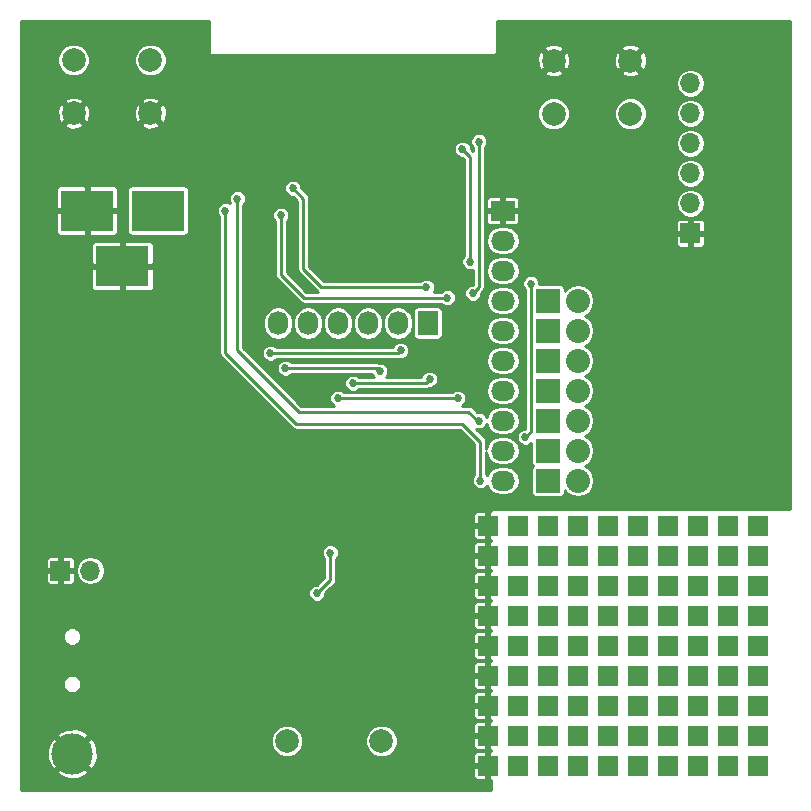
<source format=gbr>
G04 #@! TF.GenerationSoftware,KiCad,Pcbnew,(2016-12-16 revision f631ae2)-makepkg*
G04 #@! TF.CreationDate,2017-02-21T16:59:48-05:00*
G04 #@! TF.ProjectId,orc-esp1,6F72632D657370312E6B696361645F70,1*
G04 #@! TF.FileFunction,Copper,L2,Bot,Signal*
G04 #@! TF.FilePolarity,Positive*
%FSLAX46Y46*%
G04 Gerber Fmt 4.6, Leading zero omitted, Abs format (unit mm)*
G04 Created by KiCad (PCBNEW (2016-12-16 revision f631ae2)-makepkg) date 02/21/17 16:59:48*
%MOMM*%
%LPD*%
G01*
G04 APERTURE LIST*
%ADD10C,0.100000*%
%ADD11R,4.500000X3.500120*%
%ADD12C,3.500120*%
%ADD13R,1.700000X1.700000*%
%ADD14O,1.700000X1.700000*%
%ADD15C,2.000000*%
%ADD16O,2.032000X1.727200*%
%ADD17R,2.032000X1.727200*%
%ADD18R,2.032000X2.032000*%
%ADD19O,2.032000X2.032000*%
%ADD20O,1.727200X2.032000*%
%ADD21R,1.727200X2.032000*%
%ADD22C,0.685800*%
%ADD23C,0.254000*%
G04 APERTURE END LIST*
D10*
D11*
X113205260Y-97409000D03*
X110205520Y-92710000D03*
X116205000Y-92710000D03*
D12*
X108966000Y-138684000D03*
D13*
X167005000Y-139700000D03*
X164465000Y-139700000D03*
X161925000Y-139700000D03*
X159385000Y-139700000D03*
X156845000Y-139700000D03*
X154305000Y-139700000D03*
X151765000Y-139700000D03*
X149225000Y-139700000D03*
X146685000Y-139700000D03*
X144145000Y-139700000D03*
X167005000Y-137160000D03*
X164465000Y-137160000D03*
X161925000Y-137160000D03*
X159385000Y-137160000D03*
X156845000Y-137160000D03*
X154305000Y-137160000D03*
X151765000Y-137160000D03*
X149225000Y-137160000D03*
X146685000Y-137160000D03*
X144145000Y-137160000D03*
X167005000Y-134620000D03*
X164465000Y-134620000D03*
X161925000Y-134620000D03*
X159385000Y-134620000D03*
X156845000Y-134620000D03*
X154305000Y-134620000D03*
X151765000Y-134620000D03*
X149225000Y-134620000D03*
X146685000Y-134620000D03*
X144145000Y-134620000D03*
X167005000Y-132080000D03*
X164465000Y-132080000D03*
X161925000Y-132080000D03*
X159385000Y-132080000D03*
X156845000Y-132080000D03*
X154305000Y-132080000D03*
X151765000Y-132080000D03*
X149225000Y-132080000D03*
X146685000Y-132080000D03*
X144145000Y-132080000D03*
X167005000Y-129540000D03*
X164465000Y-129540000D03*
X161925000Y-129540000D03*
X159385000Y-129540000D03*
X156845000Y-129540000D03*
X154305000Y-129540000D03*
X151765000Y-129540000D03*
X149225000Y-129540000D03*
X146685000Y-129540000D03*
X144145000Y-129540000D03*
X167005000Y-127000000D03*
X164465000Y-127000000D03*
X161925000Y-127000000D03*
X159385000Y-127000000D03*
X156845000Y-127000000D03*
X154305000Y-127000000D03*
X151765000Y-127000000D03*
X149225000Y-127000000D03*
X146685000Y-127000000D03*
X144145000Y-127000000D03*
X167005000Y-124460000D03*
X164465000Y-124460000D03*
X161925000Y-124460000D03*
X159385000Y-124460000D03*
X156845000Y-124460000D03*
X154305000Y-124460000D03*
X151765000Y-124460000D03*
X149225000Y-124460000D03*
X146685000Y-124460000D03*
X144145000Y-124460000D03*
X167005000Y-121920000D03*
X164465000Y-121920000D03*
X161925000Y-121920000D03*
X159385000Y-121920000D03*
X156845000Y-121920000D03*
X154305000Y-121920000D03*
X151765000Y-121920000D03*
X149225000Y-121920000D03*
X146685000Y-121920000D03*
X144145000Y-121920000D03*
X167005000Y-119380000D03*
X164465000Y-119380000D03*
X161925000Y-119380000D03*
X159385000Y-119380000D03*
X156845000Y-119380000D03*
X154305000Y-119380000D03*
X151765000Y-119380000D03*
X149225000Y-119380000D03*
X146685000Y-119380000D03*
X144145000Y-119380000D03*
D14*
X110490000Y-123190000D03*
D13*
X107950000Y-123190000D03*
D14*
X161290000Y-81915000D03*
X161290000Y-84455000D03*
X161290000Y-86995000D03*
X161290000Y-89535000D03*
X161290000Y-92075000D03*
D13*
X161290000Y-94615000D03*
D15*
X156210000Y-80010000D03*
X156210000Y-84510000D03*
X149710000Y-80010000D03*
X149710000Y-84510000D03*
X109070000Y-84455000D03*
X109070000Y-79955000D03*
X115570000Y-84455000D03*
X115570000Y-79955000D03*
D16*
X145415000Y-115570000D03*
X145415000Y-113030000D03*
X145415000Y-110490000D03*
X145415000Y-107950000D03*
X145415000Y-105410000D03*
X145415000Y-102870000D03*
X145415000Y-100330000D03*
X145415000Y-97790000D03*
X145415000Y-95250000D03*
D17*
X145415000Y-92710000D03*
D18*
X149225000Y-115570000D03*
D19*
X151765000Y-115570000D03*
X151765000Y-110490000D03*
D18*
X149225000Y-110490000D03*
X149225000Y-105410000D03*
D19*
X151765000Y-105410000D03*
X151765000Y-102870000D03*
D18*
X149225000Y-102870000D03*
D19*
X151765000Y-113030000D03*
D18*
X149225000Y-113030000D03*
X149225000Y-100330000D03*
D19*
X151765000Y-100330000D03*
X151765000Y-107950000D03*
D18*
X149225000Y-107950000D03*
D20*
X126365000Y-102235000D03*
X128905000Y-102235000D03*
X131445000Y-102235000D03*
X133985000Y-102235000D03*
X136525000Y-102235000D03*
D21*
X139065000Y-102235000D03*
D15*
X135130000Y-137635000D03*
X127130000Y-137635000D03*
D22*
X129667000Y-125095000D03*
X130810000Y-121666000D03*
X147786804Y-98891804D03*
X147320000Y-111887000D03*
X131445000Y-108585000D03*
X141605000Y-108585000D03*
X136761099Y-104538901D03*
X125730000Y-104775000D03*
X139206836Y-106984638D03*
X132715000Y-107315000D03*
X121920000Y-92710000D03*
X143510000Y-115570000D03*
X122936000Y-91694000D03*
X143383000Y-110490000D03*
X138938000Y-99186992D03*
X127634976Y-90805000D03*
X140716000Y-100075988D03*
X126619000Y-93091000D03*
X142621000Y-97028000D03*
X141986000Y-87502998D03*
X142875000Y-99694980D03*
X143383000Y-86867992D03*
X117094000Y-118618000D03*
X116078000Y-118618000D03*
X117094000Y-117094000D03*
X116078000Y-117094000D03*
X117094000Y-117856000D03*
X116078000Y-117856000D03*
X110490000Y-132080000D03*
X107950000Y-132080000D03*
X120650000Y-97917000D03*
X107950000Y-99568000D03*
X120650000Y-101600000D03*
X119888000Y-129540000D03*
X121031000Y-138430000D03*
X129286000Y-122301000D03*
X139827000Y-127762000D03*
X140716000Y-137287000D03*
X123571000Y-137287000D03*
X125222000Y-125349000D03*
X162179000Y-99187000D03*
X162179000Y-116840000D03*
X152908000Y-96266000D03*
X141732000Y-95123000D03*
X140335000Y-95123000D03*
X141732000Y-93980000D03*
X134997118Y-106302882D03*
X127000000Y-106045000D03*
D23*
X130810000Y-121666000D02*
X130810000Y-123952000D01*
X130810000Y-123952000D02*
X129667000Y-125095000D01*
X147786804Y-111420196D02*
X147786804Y-99376737D01*
X147320000Y-111887000D02*
X147786804Y-111420196D01*
X147786804Y-99376737D02*
X147786804Y-98891804D01*
X141605000Y-108585000D02*
X131445000Y-108585000D01*
X125730000Y-104775000D02*
X136525000Y-104775000D01*
X136525000Y-104775000D02*
X136761099Y-104538901D01*
X132715000Y-107315000D02*
X138876474Y-107315000D01*
X138876474Y-107315000D02*
X139206836Y-106984638D01*
X143510000Y-115570000D02*
X143510000Y-112268000D01*
X127889000Y-110744000D02*
X121920000Y-104775000D01*
X143510000Y-112268000D02*
X141986000Y-110744000D01*
X121920000Y-93194933D02*
X121920000Y-92710000D01*
X141986000Y-110744000D02*
X127889000Y-110744000D01*
X121920000Y-104775000D02*
X121920000Y-93194933D01*
X143383000Y-110490000D02*
X143383000Y-110617000D01*
X143383000Y-110617000D02*
X142494000Y-109728000D01*
X142494000Y-109728000D02*
X128143000Y-109728000D01*
X128143000Y-109728000D02*
X122936000Y-104521000D01*
X122936000Y-104521000D02*
X122936000Y-92178933D01*
X122936000Y-92178933D02*
X122936000Y-91694000D01*
X130047992Y-99186992D02*
X138453067Y-99186992D01*
X128524000Y-97663000D02*
X130047992Y-99186992D01*
X128524000Y-91694024D02*
X128524000Y-97663000D01*
X138453067Y-99186992D02*
X138938000Y-99186992D01*
X127634976Y-90805000D02*
X128524000Y-91694024D01*
X140231067Y-100075988D02*
X140716000Y-100075988D01*
X126619000Y-93091000D02*
X126619000Y-98127436D01*
X128567552Y-100075988D02*
X140231067Y-100075988D01*
X126619000Y-98127436D02*
X128567552Y-100075988D01*
X142621000Y-96543067D02*
X142621000Y-97028000D01*
X142621000Y-88137998D02*
X142621000Y-96543067D01*
X141986000Y-87502998D02*
X142621000Y-88137998D01*
X143383000Y-86867992D02*
X143383000Y-99187000D01*
X143383000Y-99187000D02*
X142875000Y-99695000D01*
X142875000Y-99695000D02*
X142875000Y-99694980D01*
X116078000Y-118618000D02*
X117094000Y-118618000D01*
X116078000Y-117094000D02*
X117094000Y-117094000D01*
X116078000Y-117856000D02*
X117094000Y-117856000D01*
X134739236Y-106045000D02*
X134997118Y-106302882D01*
X127000000Y-106045000D02*
X134739236Y-106045000D01*
G36*
X120523000Y-79375000D02*
X120532667Y-79423601D01*
X120560197Y-79464803D01*
X120601399Y-79492333D01*
X120650000Y-79502000D01*
X144780000Y-79502000D01*
X144828601Y-79492333D01*
X144869803Y-79464803D01*
X144897333Y-79423601D01*
X144907000Y-79375000D01*
X144907000Y-78996258D01*
X148875863Y-78996258D01*
X149710000Y-79830395D01*
X150544137Y-78996258D01*
X155375863Y-78996258D01*
X156210000Y-79830395D01*
X157044137Y-78996258D01*
X156931515Y-78800854D01*
X156413874Y-78616783D01*
X155865194Y-78644816D01*
X155488485Y-78800854D01*
X155375863Y-78996258D01*
X150544137Y-78996258D01*
X150431515Y-78800854D01*
X149913874Y-78616783D01*
X149365194Y-78644816D01*
X148988485Y-78800854D01*
X148875863Y-78996258D01*
X144907000Y-78996258D01*
X144907000Y-76656000D01*
X169724000Y-76656000D01*
X169724000Y-117983000D01*
X144526000Y-117983000D01*
X144477399Y-117992667D01*
X144436197Y-118020197D01*
X144408667Y-118061399D01*
X144399000Y-118110000D01*
X144399000Y-118149000D01*
X144367250Y-118149000D01*
X144272000Y-118244250D01*
X144272000Y-119253000D01*
X144292000Y-119253000D01*
X144292000Y-119507000D01*
X144272000Y-119507000D01*
X144272000Y-120515750D01*
X144367250Y-120611000D01*
X144399000Y-120611000D01*
X144399000Y-120689000D01*
X144367250Y-120689000D01*
X144272000Y-120784250D01*
X144272000Y-121793000D01*
X144292000Y-121793000D01*
X144292000Y-122047000D01*
X144272000Y-122047000D01*
X144272000Y-123055750D01*
X144367250Y-123151000D01*
X144399000Y-123151000D01*
X144399000Y-123229000D01*
X144367250Y-123229000D01*
X144272000Y-123324250D01*
X144272000Y-124333000D01*
X144292000Y-124333000D01*
X144292000Y-124587000D01*
X144272000Y-124587000D01*
X144272000Y-125595750D01*
X144367250Y-125691000D01*
X144399000Y-125691000D01*
X144399000Y-125769000D01*
X144367250Y-125769000D01*
X144272000Y-125864250D01*
X144272000Y-126873000D01*
X144292000Y-126873000D01*
X144292000Y-127127000D01*
X144272000Y-127127000D01*
X144272000Y-128135750D01*
X144367250Y-128231000D01*
X144399000Y-128231000D01*
X144399000Y-128309000D01*
X144367250Y-128309000D01*
X144272000Y-128404250D01*
X144272000Y-129413000D01*
X144292000Y-129413000D01*
X144292000Y-129667000D01*
X144272000Y-129667000D01*
X144272000Y-130675750D01*
X144367250Y-130771000D01*
X144399000Y-130771000D01*
X144399000Y-130849000D01*
X144367250Y-130849000D01*
X144272000Y-130944250D01*
X144272000Y-131953000D01*
X144292000Y-131953000D01*
X144292000Y-132207000D01*
X144272000Y-132207000D01*
X144272000Y-133215750D01*
X144367250Y-133311000D01*
X144399000Y-133311000D01*
X144399000Y-133389000D01*
X144367250Y-133389000D01*
X144272000Y-133484250D01*
X144272000Y-134493000D01*
X144292000Y-134493000D01*
X144292000Y-134747000D01*
X144272000Y-134747000D01*
X144272000Y-135755750D01*
X144367250Y-135851000D01*
X144399000Y-135851000D01*
X144399000Y-135929000D01*
X144367250Y-135929000D01*
X144272000Y-136024250D01*
X144272000Y-137033000D01*
X144292000Y-137033000D01*
X144292000Y-137287000D01*
X144272000Y-137287000D01*
X144272000Y-138295750D01*
X144367250Y-138391000D01*
X144399000Y-138391000D01*
X144399000Y-138469000D01*
X144367250Y-138469000D01*
X144272000Y-138564250D01*
X144272000Y-139573000D01*
X144292000Y-139573000D01*
X144292000Y-139827000D01*
X144272000Y-139827000D01*
X144272000Y-140835750D01*
X144367250Y-140931000D01*
X144399000Y-140931000D01*
X144399000Y-141784000D01*
X104596000Y-141784000D01*
X104596000Y-140240112D01*
X107589493Y-140240112D01*
X107793783Y-140513484D01*
X108583126Y-140822811D01*
X109430759Y-140806522D01*
X110138217Y-140513484D01*
X110342507Y-140240112D01*
X108966000Y-138863605D01*
X107589493Y-140240112D01*
X104596000Y-140240112D01*
X104596000Y-138301126D01*
X106827189Y-138301126D01*
X106843478Y-139148759D01*
X107136516Y-139856217D01*
X107409888Y-140060507D01*
X108786395Y-138684000D01*
X109145605Y-138684000D01*
X110522112Y-140060507D01*
X110707121Y-139922250D01*
X142914000Y-139922250D01*
X142914000Y-140625786D01*
X142972004Y-140765820D01*
X143079181Y-140872996D01*
X143219215Y-140931000D01*
X143922750Y-140931000D01*
X144018000Y-140835750D01*
X144018000Y-139827000D01*
X143009250Y-139827000D01*
X142914000Y-139922250D01*
X110707121Y-139922250D01*
X110795484Y-139856217D01*
X111104811Y-139066874D01*
X111088522Y-138219241D01*
X110959807Y-137908493D01*
X125748761Y-137908493D01*
X125958563Y-138416251D01*
X126346705Y-138805072D01*
X126854097Y-139015759D01*
X127403493Y-139016239D01*
X127911251Y-138806437D01*
X128300072Y-138418295D01*
X128510759Y-137910903D01*
X128510761Y-137908493D01*
X133748761Y-137908493D01*
X133958563Y-138416251D01*
X134346705Y-138805072D01*
X134854097Y-139015759D01*
X135403493Y-139016239D01*
X135911251Y-138806437D01*
X135943530Y-138774214D01*
X142914000Y-138774214D01*
X142914000Y-139477750D01*
X143009250Y-139573000D01*
X144018000Y-139573000D01*
X144018000Y-138564250D01*
X143922750Y-138469000D01*
X143219215Y-138469000D01*
X143079181Y-138527004D01*
X142972004Y-138634180D01*
X142914000Y-138774214D01*
X135943530Y-138774214D01*
X136300072Y-138418295D01*
X136510759Y-137910903D01*
X136511220Y-137382250D01*
X142914000Y-137382250D01*
X142914000Y-138085786D01*
X142972004Y-138225820D01*
X143079181Y-138332996D01*
X143219215Y-138391000D01*
X143922750Y-138391000D01*
X144018000Y-138295750D01*
X144018000Y-137287000D01*
X143009250Y-137287000D01*
X142914000Y-137382250D01*
X136511220Y-137382250D01*
X136511239Y-137361507D01*
X136301437Y-136853749D01*
X135913295Y-136464928D01*
X135405903Y-136254241D01*
X134856507Y-136253761D01*
X134348749Y-136463563D01*
X133959928Y-136851705D01*
X133749241Y-137359097D01*
X133748761Y-137908493D01*
X128510761Y-137908493D01*
X128511239Y-137361507D01*
X128301437Y-136853749D01*
X127913295Y-136464928D01*
X127405903Y-136254241D01*
X126856507Y-136253761D01*
X126348749Y-136463563D01*
X125959928Y-136851705D01*
X125749241Y-137359097D01*
X125748761Y-137908493D01*
X110959807Y-137908493D01*
X110795484Y-137511783D01*
X110522112Y-137307493D01*
X109145605Y-138684000D01*
X108786395Y-138684000D01*
X107409888Y-137307493D01*
X107136516Y-137511783D01*
X106827189Y-138301126D01*
X104596000Y-138301126D01*
X104596000Y-137127888D01*
X107589493Y-137127888D01*
X108966000Y-138504395D01*
X110342507Y-137127888D01*
X110138217Y-136854516D01*
X109348874Y-136545189D01*
X108501241Y-136561478D01*
X107793783Y-136854516D01*
X107589493Y-137127888D01*
X104596000Y-137127888D01*
X104596000Y-136234214D01*
X142914000Y-136234214D01*
X142914000Y-136937750D01*
X143009250Y-137033000D01*
X144018000Y-137033000D01*
X144018000Y-136024250D01*
X143922750Y-135929000D01*
X143219215Y-135929000D01*
X143079181Y-135987004D01*
X142972004Y-136094180D01*
X142914000Y-136234214D01*
X104596000Y-136234214D01*
X104596000Y-134842250D01*
X142914000Y-134842250D01*
X142914000Y-135545786D01*
X142972004Y-135685820D01*
X143079181Y-135792996D01*
X143219215Y-135851000D01*
X143922750Y-135851000D01*
X144018000Y-135755750D01*
X144018000Y-134747000D01*
X143009250Y-134747000D01*
X142914000Y-134842250D01*
X104596000Y-134842250D01*
X104596000Y-133694214D01*
X142914000Y-133694214D01*
X142914000Y-134397750D01*
X143009250Y-134493000D01*
X144018000Y-134493000D01*
X144018000Y-133484250D01*
X143922750Y-133389000D01*
X143219215Y-133389000D01*
X143079181Y-133447004D01*
X142972004Y-133554180D01*
X142914000Y-133694214D01*
X104596000Y-133694214D01*
X104596000Y-132935569D01*
X108126324Y-132935569D01*
X108244974Y-133222723D01*
X108464481Y-133442614D01*
X108751428Y-133561764D01*
X109062129Y-133562036D01*
X109349283Y-133443386D01*
X109569174Y-133223879D01*
X109688324Y-132936932D01*
X109688596Y-132626231D01*
X109569946Y-132339077D01*
X109533184Y-132302250D01*
X142914000Y-132302250D01*
X142914000Y-133005786D01*
X142972004Y-133145820D01*
X143079181Y-133252996D01*
X143219215Y-133311000D01*
X143922750Y-133311000D01*
X144018000Y-133215750D01*
X144018000Y-132207000D01*
X143009250Y-132207000D01*
X142914000Y-132302250D01*
X109533184Y-132302250D01*
X109350439Y-132119186D01*
X109063492Y-132000036D01*
X108752791Y-131999764D01*
X108465637Y-132118414D01*
X108245746Y-132337921D01*
X108126596Y-132624868D01*
X108126324Y-132935569D01*
X104596000Y-132935569D01*
X104596000Y-131154214D01*
X142914000Y-131154214D01*
X142914000Y-131857750D01*
X143009250Y-131953000D01*
X144018000Y-131953000D01*
X144018000Y-130944250D01*
X143922750Y-130849000D01*
X143219215Y-130849000D01*
X143079181Y-130907004D01*
X142972004Y-131014180D01*
X142914000Y-131154214D01*
X104596000Y-131154214D01*
X104596000Y-129762250D01*
X142914000Y-129762250D01*
X142914000Y-130465786D01*
X142972004Y-130605820D01*
X143079181Y-130712996D01*
X143219215Y-130771000D01*
X143922750Y-130771000D01*
X144018000Y-130675750D01*
X144018000Y-129667000D01*
X143009250Y-129667000D01*
X142914000Y-129762250D01*
X104596000Y-129762250D01*
X104596000Y-128935569D01*
X108126324Y-128935569D01*
X108244974Y-129222723D01*
X108464481Y-129442614D01*
X108751428Y-129561764D01*
X109062129Y-129562036D01*
X109349283Y-129443386D01*
X109569174Y-129223879D01*
X109688324Y-128936932D01*
X109688596Y-128626231D01*
X109683631Y-128614214D01*
X142914000Y-128614214D01*
X142914000Y-129317750D01*
X143009250Y-129413000D01*
X144018000Y-129413000D01*
X144018000Y-128404250D01*
X143922750Y-128309000D01*
X143219215Y-128309000D01*
X143079181Y-128367004D01*
X142972004Y-128474180D01*
X142914000Y-128614214D01*
X109683631Y-128614214D01*
X109569946Y-128339077D01*
X109350439Y-128119186D01*
X109063492Y-128000036D01*
X108752791Y-127999764D01*
X108465637Y-128118414D01*
X108245746Y-128337921D01*
X108126596Y-128624868D01*
X108126324Y-128935569D01*
X104596000Y-128935569D01*
X104596000Y-127222250D01*
X142914000Y-127222250D01*
X142914000Y-127925786D01*
X142972004Y-128065820D01*
X143079181Y-128172996D01*
X143219215Y-128231000D01*
X143922750Y-128231000D01*
X144018000Y-128135750D01*
X144018000Y-127127000D01*
X143009250Y-127127000D01*
X142914000Y-127222250D01*
X104596000Y-127222250D01*
X104596000Y-126074214D01*
X142914000Y-126074214D01*
X142914000Y-126777750D01*
X143009250Y-126873000D01*
X144018000Y-126873000D01*
X144018000Y-125864250D01*
X143922750Y-125769000D01*
X143219215Y-125769000D01*
X143079181Y-125827004D01*
X142972004Y-125934180D01*
X142914000Y-126074214D01*
X104596000Y-126074214D01*
X104596000Y-125238361D01*
X128942975Y-125238361D01*
X129052950Y-125504521D01*
X129256408Y-125708335D01*
X129522376Y-125818774D01*
X129810361Y-125819025D01*
X130076521Y-125709050D01*
X130280335Y-125505592D01*
X130390774Y-125239624D01*
X130390905Y-125089515D01*
X130798170Y-124682250D01*
X142914000Y-124682250D01*
X142914000Y-125385786D01*
X142972004Y-125525820D01*
X143079181Y-125632996D01*
X143219215Y-125691000D01*
X143922750Y-125691000D01*
X144018000Y-125595750D01*
X144018000Y-124587000D01*
X143009250Y-124587000D01*
X142914000Y-124682250D01*
X130798170Y-124682250D01*
X131169210Y-124311210D01*
X131279331Y-124146404D01*
X131318000Y-123952000D01*
X131318000Y-123534214D01*
X142914000Y-123534214D01*
X142914000Y-124237750D01*
X143009250Y-124333000D01*
X144018000Y-124333000D01*
X144018000Y-123324250D01*
X143922750Y-123229000D01*
X143219215Y-123229000D01*
X143079181Y-123287004D01*
X142972004Y-123394180D01*
X142914000Y-123534214D01*
X131318000Y-123534214D01*
X131318000Y-122181743D01*
X131357562Y-122142250D01*
X142914000Y-122142250D01*
X142914000Y-122845786D01*
X142972004Y-122985820D01*
X143079181Y-123092996D01*
X143219215Y-123151000D01*
X143922750Y-123151000D01*
X144018000Y-123055750D01*
X144018000Y-122047000D01*
X143009250Y-122047000D01*
X142914000Y-122142250D01*
X131357562Y-122142250D01*
X131423335Y-122076592D01*
X131533774Y-121810624D01*
X131534025Y-121522639D01*
X131424050Y-121256479D01*
X131220592Y-121052665D01*
X131079826Y-120994214D01*
X142914000Y-120994214D01*
X142914000Y-121697750D01*
X143009250Y-121793000D01*
X144018000Y-121793000D01*
X144018000Y-120784250D01*
X143922750Y-120689000D01*
X143219215Y-120689000D01*
X143079181Y-120747004D01*
X142972004Y-120854180D01*
X142914000Y-120994214D01*
X131079826Y-120994214D01*
X130954624Y-120942226D01*
X130666639Y-120941975D01*
X130400479Y-121051950D01*
X130196665Y-121255408D01*
X130086226Y-121521376D01*
X130085975Y-121809361D01*
X130195950Y-122075521D01*
X130302000Y-122181757D01*
X130302000Y-123741580D01*
X129672475Y-124371105D01*
X129523639Y-124370975D01*
X129257479Y-124480950D01*
X129053665Y-124684408D01*
X128943226Y-124950376D01*
X128942975Y-125238361D01*
X104596000Y-125238361D01*
X104596000Y-123412250D01*
X106719000Y-123412250D01*
X106719000Y-124115786D01*
X106777004Y-124255820D01*
X106884181Y-124362996D01*
X107024215Y-124421000D01*
X107727750Y-124421000D01*
X107823000Y-124325750D01*
X107823000Y-123317000D01*
X108077000Y-123317000D01*
X108077000Y-124325750D01*
X108172250Y-124421000D01*
X108875785Y-124421000D01*
X109015819Y-124362996D01*
X109122996Y-124255820D01*
X109181000Y-124115786D01*
X109181000Y-123412250D01*
X109085750Y-123317000D01*
X108077000Y-123317000D01*
X107823000Y-123317000D01*
X106814250Y-123317000D01*
X106719000Y-123412250D01*
X104596000Y-123412250D01*
X104596000Y-123165883D01*
X109259000Y-123165883D01*
X109259000Y-123214117D01*
X109352704Y-123685200D01*
X109619552Y-124084565D01*
X110018917Y-124351413D01*
X110490000Y-124445117D01*
X110961083Y-124351413D01*
X111360448Y-124084565D01*
X111627296Y-123685200D01*
X111721000Y-123214117D01*
X111721000Y-123165883D01*
X111627296Y-122694800D01*
X111360448Y-122295435D01*
X110961083Y-122028587D01*
X110490000Y-121934883D01*
X110018917Y-122028587D01*
X109619552Y-122295435D01*
X109352704Y-122694800D01*
X109259000Y-123165883D01*
X104596000Y-123165883D01*
X104596000Y-122264214D01*
X106719000Y-122264214D01*
X106719000Y-122967750D01*
X106814250Y-123063000D01*
X107823000Y-123063000D01*
X107823000Y-122054250D01*
X108077000Y-122054250D01*
X108077000Y-123063000D01*
X109085750Y-123063000D01*
X109181000Y-122967750D01*
X109181000Y-122264214D01*
X109122996Y-122124180D01*
X109015819Y-122017004D01*
X108875785Y-121959000D01*
X108172250Y-121959000D01*
X108077000Y-122054250D01*
X107823000Y-122054250D01*
X107727750Y-121959000D01*
X107024215Y-121959000D01*
X106884181Y-122017004D01*
X106777004Y-122124180D01*
X106719000Y-122264214D01*
X104596000Y-122264214D01*
X104596000Y-119602250D01*
X142914000Y-119602250D01*
X142914000Y-120305786D01*
X142972004Y-120445820D01*
X143079181Y-120552996D01*
X143219215Y-120611000D01*
X143922750Y-120611000D01*
X144018000Y-120515750D01*
X144018000Y-119507000D01*
X143009250Y-119507000D01*
X142914000Y-119602250D01*
X104596000Y-119602250D01*
X104596000Y-118454214D01*
X142914000Y-118454214D01*
X142914000Y-119157750D01*
X143009250Y-119253000D01*
X144018000Y-119253000D01*
X144018000Y-118244250D01*
X143922750Y-118149000D01*
X143219215Y-118149000D01*
X143079181Y-118207004D01*
X142972004Y-118314180D01*
X142914000Y-118454214D01*
X104596000Y-118454214D01*
X104596000Y-97631250D01*
X110574260Y-97631250D01*
X110574260Y-99234845D01*
X110632264Y-99374879D01*
X110739440Y-99482056D01*
X110879474Y-99540060D01*
X112983010Y-99540060D01*
X113078260Y-99444810D01*
X113078260Y-97536000D01*
X113332260Y-97536000D01*
X113332260Y-99444810D01*
X113427510Y-99540060D01*
X115531046Y-99540060D01*
X115671080Y-99482056D01*
X115778256Y-99374879D01*
X115836260Y-99234845D01*
X115836260Y-97631250D01*
X115741010Y-97536000D01*
X113332260Y-97536000D01*
X113078260Y-97536000D01*
X110669510Y-97536000D01*
X110574260Y-97631250D01*
X104596000Y-97631250D01*
X104596000Y-95583155D01*
X110574260Y-95583155D01*
X110574260Y-97186750D01*
X110669510Y-97282000D01*
X113078260Y-97282000D01*
X113078260Y-95373190D01*
X113332260Y-95373190D01*
X113332260Y-97282000D01*
X115741010Y-97282000D01*
X115836260Y-97186750D01*
X115836260Y-95583155D01*
X115778256Y-95443121D01*
X115671080Y-95335944D01*
X115531046Y-95277940D01*
X113427510Y-95277940D01*
X113332260Y-95373190D01*
X113078260Y-95373190D01*
X112983010Y-95277940D01*
X110879474Y-95277940D01*
X110739440Y-95335944D01*
X110632264Y-95443121D01*
X110574260Y-95583155D01*
X104596000Y-95583155D01*
X104596000Y-92932250D01*
X107574520Y-92932250D01*
X107574520Y-94535845D01*
X107632524Y-94675879D01*
X107739700Y-94783056D01*
X107879734Y-94841060D01*
X109983270Y-94841060D01*
X110078520Y-94745810D01*
X110078520Y-92837000D01*
X110332520Y-92837000D01*
X110332520Y-94745810D01*
X110427770Y-94841060D01*
X112531306Y-94841060D01*
X112671340Y-94783056D01*
X112778516Y-94675879D01*
X112836520Y-94535845D01*
X112836520Y-92932250D01*
X112741270Y-92837000D01*
X110332520Y-92837000D01*
X110078520Y-92837000D01*
X107669770Y-92837000D01*
X107574520Y-92932250D01*
X104596000Y-92932250D01*
X104596000Y-90884155D01*
X107574520Y-90884155D01*
X107574520Y-92487750D01*
X107669770Y-92583000D01*
X110078520Y-92583000D01*
X110078520Y-90674190D01*
X110332520Y-90674190D01*
X110332520Y-92583000D01*
X112741270Y-92583000D01*
X112836520Y-92487750D01*
X112836520Y-90959940D01*
X113566536Y-90959940D01*
X113566536Y-94460060D01*
X113596106Y-94608719D01*
X113680314Y-94734746D01*
X113806341Y-94818954D01*
X113955000Y-94848524D01*
X118455000Y-94848524D01*
X118603659Y-94818954D01*
X118729686Y-94734746D01*
X118813894Y-94608719D01*
X118843464Y-94460060D01*
X118843464Y-92853361D01*
X121195975Y-92853361D01*
X121305950Y-93119521D01*
X121412000Y-93225757D01*
X121412000Y-104775000D01*
X121450669Y-104969403D01*
X121560790Y-105134210D01*
X127529790Y-111103210D01*
X127694597Y-111213331D01*
X127889000Y-111252000D01*
X141775580Y-111252000D01*
X143002000Y-112478421D01*
X143002000Y-115054257D01*
X142896665Y-115159408D01*
X142786226Y-115425376D01*
X142785975Y-115713361D01*
X142895950Y-115979521D01*
X143099408Y-116183335D01*
X143365376Y-116293774D01*
X143653361Y-116294025D01*
X143919521Y-116184050D01*
X144080758Y-116023095D01*
X144085371Y-116046288D01*
X144355166Y-116450065D01*
X144758943Y-116719860D01*
X145235231Y-116814600D01*
X145594769Y-116814600D01*
X146071057Y-116719860D01*
X146474834Y-116450065D01*
X146744629Y-116046288D01*
X146839369Y-115570000D01*
X146744629Y-115093712D01*
X146474834Y-114689935D01*
X146071057Y-114420140D01*
X145594769Y-114325400D01*
X145235231Y-114325400D01*
X144758943Y-114420140D01*
X144355166Y-114689935D01*
X144085371Y-115093712D01*
X144080723Y-115117077D01*
X144018000Y-115054243D01*
X144018000Y-113167593D01*
X144085371Y-113506288D01*
X144355166Y-113910065D01*
X144758943Y-114179860D01*
X145235231Y-114274600D01*
X145594769Y-114274600D01*
X146071057Y-114179860D01*
X146474834Y-113910065D01*
X146744629Y-113506288D01*
X146839369Y-113030000D01*
X146744629Y-112553712D01*
X146474834Y-112149935D01*
X146295879Y-112030361D01*
X146595975Y-112030361D01*
X146705950Y-112296521D01*
X146909408Y-112500335D01*
X147175376Y-112610774D01*
X147463361Y-112611025D01*
X147729521Y-112501050D01*
X147820536Y-112410194D01*
X147820536Y-114046000D01*
X147850106Y-114194659D01*
X147920492Y-114300000D01*
X147850106Y-114405341D01*
X147820536Y-114554000D01*
X147820536Y-116586000D01*
X147850106Y-116734659D01*
X147934314Y-116860686D01*
X148060341Y-116944894D01*
X148209000Y-116974464D01*
X150241000Y-116974464D01*
X150389659Y-116944894D01*
X150515686Y-116860686D01*
X150599894Y-116734659D01*
X150629464Y-116586000D01*
X150629464Y-116364137D01*
X150777172Y-116585197D01*
X151230391Y-116888029D01*
X151765000Y-116994369D01*
X152299609Y-116888029D01*
X152752828Y-116585197D01*
X153055660Y-116131978D01*
X153162000Y-115597369D01*
X153162000Y-115542631D01*
X153055660Y-115008022D01*
X152752828Y-114554803D01*
X152371489Y-114300000D01*
X152752828Y-114045197D01*
X153055660Y-113591978D01*
X153162000Y-113057369D01*
X153162000Y-113002631D01*
X153055660Y-112468022D01*
X152752828Y-112014803D01*
X152371489Y-111760000D01*
X152752828Y-111505197D01*
X153055660Y-111051978D01*
X153162000Y-110517369D01*
X153162000Y-110462631D01*
X153055660Y-109928022D01*
X152752828Y-109474803D01*
X152371489Y-109220000D01*
X152752828Y-108965197D01*
X153055660Y-108511978D01*
X153162000Y-107977369D01*
X153162000Y-107922631D01*
X153055660Y-107388022D01*
X152752828Y-106934803D01*
X152371489Y-106680000D01*
X152752828Y-106425197D01*
X153055660Y-105971978D01*
X153162000Y-105437369D01*
X153162000Y-105382631D01*
X153055660Y-104848022D01*
X152752828Y-104394803D01*
X152371489Y-104140000D01*
X152752828Y-103885197D01*
X153055660Y-103431978D01*
X153162000Y-102897369D01*
X153162000Y-102842631D01*
X153055660Y-102308022D01*
X152752828Y-101854803D01*
X152371489Y-101600000D01*
X152752828Y-101345197D01*
X153055660Y-100891978D01*
X153162000Y-100357369D01*
X153162000Y-100302631D01*
X153055660Y-99768022D01*
X152752828Y-99314803D01*
X152299609Y-99011971D01*
X151765000Y-98905631D01*
X151230391Y-99011971D01*
X150777172Y-99314803D01*
X150629464Y-99535863D01*
X150629464Y-99314000D01*
X150599894Y-99165341D01*
X150515686Y-99039314D01*
X150389659Y-98955106D01*
X150241000Y-98925536D01*
X148510675Y-98925536D01*
X148510829Y-98748443D01*
X148400854Y-98482283D01*
X148197396Y-98278469D01*
X147931428Y-98168030D01*
X147643443Y-98167779D01*
X147377283Y-98277754D01*
X147173469Y-98481212D01*
X147063030Y-98747180D01*
X147062779Y-99035165D01*
X147172754Y-99301325D01*
X147278804Y-99407561D01*
X147278804Y-111163064D01*
X147176639Y-111162975D01*
X146910479Y-111272950D01*
X146706665Y-111476408D01*
X146596226Y-111742376D01*
X146595975Y-112030361D01*
X146295879Y-112030361D01*
X146071057Y-111880140D01*
X145594769Y-111785400D01*
X145235231Y-111785400D01*
X144758943Y-111880140D01*
X144355166Y-112149935D01*
X144085371Y-112553712D01*
X144018000Y-112892407D01*
X144018000Y-112268000D01*
X143979331Y-112073597D01*
X143872938Y-111914369D01*
X143869210Y-111908789D01*
X143128620Y-111168200D01*
X143238376Y-111213774D01*
X143526361Y-111214025D01*
X143792521Y-111104050D01*
X143996335Y-110900592D01*
X144047698Y-110776895D01*
X144085371Y-110966288D01*
X144355166Y-111370065D01*
X144758943Y-111639860D01*
X145235231Y-111734600D01*
X145594769Y-111734600D01*
X146071057Y-111639860D01*
X146474834Y-111370065D01*
X146744629Y-110966288D01*
X146839369Y-110490000D01*
X146744629Y-110013712D01*
X146474834Y-109609935D01*
X146071057Y-109340140D01*
X145594769Y-109245400D01*
X145235231Y-109245400D01*
X144758943Y-109340140D01*
X144355166Y-109609935D01*
X144085371Y-110013712D01*
X144047705Y-110203073D01*
X143997050Y-110080479D01*
X143793592Y-109876665D01*
X143527624Y-109766226D01*
X143250404Y-109765984D01*
X142853210Y-109368790D01*
X142688403Y-109258669D01*
X142494000Y-109220000D01*
X141963818Y-109220000D01*
X142014521Y-109199050D01*
X142218335Y-108995592D01*
X142328774Y-108729624D01*
X142329025Y-108441639D01*
X142219050Y-108175479D01*
X142015592Y-107971665D01*
X141963417Y-107950000D01*
X143990631Y-107950000D01*
X144085371Y-108426288D01*
X144355166Y-108830065D01*
X144758943Y-109099860D01*
X145235231Y-109194600D01*
X145594769Y-109194600D01*
X146071057Y-109099860D01*
X146474834Y-108830065D01*
X146744629Y-108426288D01*
X146839369Y-107950000D01*
X146744629Y-107473712D01*
X146474834Y-107069935D01*
X146071057Y-106800140D01*
X145594769Y-106705400D01*
X145235231Y-106705400D01*
X144758943Y-106800140D01*
X144355166Y-107069935D01*
X144085371Y-107473712D01*
X143990631Y-107950000D01*
X141963417Y-107950000D01*
X141749624Y-107861226D01*
X141461639Y-107860975D01*
X141195479Y-107970950D01*
X141089243Y-108077000D01*
X131960743Y-108077000D01*
X131855592Y-107971665D01*
X131589624Y-107861226D01*
X131301639Y-107860975D01*
X131035479Y-107970950D01*
X130831665Y-108174408D01*
X130721226Y-108440376D01*
X130720975Y-108728361D01*
X130830950Y-108994521D01*
X131034408Y-109198335D01*
X131086583Y-109220000D01*
X128353420Y-109220000D01*
X125321781Y-106188361D01*
X126275975Y-106188361D01*
X126385950Y-106454521D01*
X126589408Y-106658335D01*
X126855376Y-106768774D01*
X127143361Y-106769025D01*
X127409521Y-106659050D01*
X127515757Y-106553000D01*
X134317204Y-106553000D01*
X134383068Y-106712403D01*
X134477500Y-106807000D01*
X133230743Y-106807000D01*
X133125592Y-106701665D01*
X132859624Y-106591226D01*
X132571639Y-106590975D01*
X132305479Y-106700950D01*
X132101665Y-106904408D01*
X131991226Y-107170376D01*
X131990975Y-107458361D01*
X132100950Y-107724521D01*
X132304408Y-107928335D01*
X132570376Y-108038774D01*
X132858361Y-108039025D01*
X133124521Y-107929050D01*
X133230757Y-107823000D01*
X138876474Y-107823000D01*
X139070877Y-107784331D01*
X139184338Y-107708518D01*
X139350197Y-107708663D01*
X139616357Y-107598688D01*
X139820171Y-107395230D01*
X139930610Y-107129262D01*
X139930861Y-106841277D01*
X139820886Y-106575117D01*
X139617428Y-106371303D01*
X139351460Y-106260864D01*
X139063475Y-106260613D01*
X138797315Y-106370588D01*
X138593501Y-106574046D01*
X138496771Y-106807000D01*
X135516763Y-106807000D01*
X135610453Y-106713474D01*
X135720892Y-106447506D01*
X135721143Y-106159521D01*
X135611168Y-105893361D01*
X135407710Y-105689547D01*
X135141742Y-105579108D01*
X134938521Y-105578931D01*
X134933639Y-105575669D01*
X134739236Y-105537000D01*
X127515743Y-105537000D01*
X127410592Y-105431665D01*
X127358417Y-105410000D01*
X143990631Y-105410000D01*
X144085371Y-105886288D01*
X144355166Y-106290065D01*
X144758943Y-106559860D01*
X145235231Y-106654600D01*
X145594769Y-106654600D01*
X146071057Y-106559860D01*
X146474834Y-106290065D01*
X146744629Y-105886288D01*
X146839369Y-105410000D01*
X146744629Y-104933712D01*
X146474834Y-104529935D01*
X146071057Y-104260140D01*
X145594769Y-104165400D01*
X145235231Y-104165400D01*
X144758943Y-104260140D01*
X144355166Y-104529935D01*
X144085371Y-104933712D01*
X143990631Y-105410000D01*
X127358417Y-105410000D01*
X127144624Y-105321226D01*
X126856639Y-105320975D01*
X126590479Y-105430950D01*
X126386665Y-105634408D01*
X126276226Y-105900376D01*
X126275975Y-106188361D01*
X125321781Y-106188361D01*
X124051781Y-104918361D01*
X125005975Y-104918361D01*
X125115950Y-105184521D01*
X125319408Y-105388335D01*
X125585376Y-105498774D01*
X125873361Y-105499025D01*
X126139521Y-105389050D01*
X126245757Y-105283000D01*
X136525000Y-105283000D01*
X136627134Y-105262684D01*
X136904460Y-105262926D01*
X137170620Y-105152951D01*
X137374434Y-104949493D01*
X137484873Y-104683525D01*
X137485124Y-104395540D01*
X137375149Y-104129380D01*
X137171691Y-103925566D01*
X136905723Y-103815127D01*
X136617738Y-103814876D01*
X136351578Y-103924851D01*
X136147764Y-104128309D01*
X136090175Y-104267000D01*
X126245743Y-104267000D01*
X126140592Y-104161665D01*
X125874624Y-104051226D01*
X125586639Y-104050975D01*
X125320479Y-104160950D01*
X125116665Y-104364408D01*
X125006226Y-104630376D01*
X125005975Y-104918361D01*
X124051781Y-104918361D01*
X123444000Y-104310580D01*
X123444000Y-102055231D01*
X125120400Y-102055231D01*
X125120400Y-102414769D01*
X125215140Y-102891057D01*
X125484935Y-103294834D01*
X125888712Y-103564629D01*
X126365000Y-103659369D01*
X126841288Y-103564629D01*
X127245065Y-103294834D01*
X127514860Y-102891057D01*
X127609600Y-102414769D01*
X127609600Y-102055231D01*
X127660400Y-102055231D01*
X127660400Y-102414769D01*
X127755140Y-102891057D01*
X128024935Y-103294834D01*
X128428712Y-103564629D01*
X128905000Y-103659369D01*
X129381288Y-103564629D01*
X129785065Y-103294834D01*
X130054860Y-102891057D01*
X130149600Y-102414769D01*
X130149600Y-102055231D01*
X130200400Y-102055231D01*
X130200400Y-102414769D01*
X130295140Y-102891057D01*
X130564935Y-103294834D01*
X130968712Y-103564629D01*
X131445000Y-103659369D01*
X131921288Y-103564629D01*
X132325065Y-103294834D01*
X132594860Y-102891057D01*
X132689600Y-102414769D01*
X132689600Y-102055231D01*
X132740400Y-102055231D01*
X132740400Y-102414769D01*
X132835140Y-102891057D01*
X133104935Y-103294834D01*
X133508712Y-103564629D01*
X133985000Y-103659369D01*
X134461288Y-103564629D01*
X134865065Y-103294834D01*
X135134860Y-102891057D01*
X135229600Y-102414769D01*
X135229600Y-102055231D01*
X135280400Y-102055231D01*
X135280400Y-102414769D01*
X135375140Y-102891057D01*
X135644935Y-103294834D01*
X136048712Y-103564629D01*
X136525000Y-103659369D01*
X137001288Y-103564629D01*
X137405065Y-103294834D01*
X137674860Y-102891057D01*
X137769600Y-102414769D01*
X137769600Y-102055231D01*
X137674860Y-101578943D01*
X137434354Y-101219000D01*
X137812936Y-101219000D01*
X137812936Y-103251000D01*
X137842506Y-103399659D01*
X137926714Y-103525686D01*
X138052741Y-103609894D01*
X138201400Y-103639464D01*
X139928600Y-103639464D01*
X140077259Y-103609894D01*
X140203286Y-103525686D01*
X140287494Y-103399659D01*
X140317064Y-103251000D01*
X140317064Y-102870000D01*
X143990631Y-102870000D01*
X144085371Y-103346288D01*
X144355166Y-103750065D01*
X144758943Y-104019860D01*
X145235231Y-104114600D01*
X145594769Y-104114600D01*
X146071057Y-104019860D01*
X146474834Y-103750065D01*
X146744629Y-103346288D01*
X146839369Y-102870000D01*
X146744629Y-102393712D01*
X146474834Y-101989935D01*
X146071057Y-101720140D01*
X145594769Y-101625400D01*
X145235231Y-101625400D01*
X144758943Y-101720140D01*
X144355166Y-101989935D01*
X144085371Y-102393712D01*
X143990631Y-102870000D01*
X140317064Y-102870000D01*
X140317064Y-101219000D01*
X140287494Y-101070341D01*
X140203286Y-100944314D01*
X140077259Y-100860106D01*
X139928600Y-100830536D01*
X138201400Y-100830536D01*
X138052741Y-100860106D01*
X137926714Y-100944314D01*
X137842506Y-101070341D01*
X137812936Y-101219000D01*
X137434354Y-101219000D01*
X137405065Y-101175166D01*
X137001288Y-100905371D01*
X136525000Y-100810631D01*
X136048712Y-100905371D01*
X135644935Y-101175166D01*
X135375140Y-101578943D01*
X135280400Y-102055231D01*
X135229600Y-102055231D01*
X135134860Y-101578943D01*
X134865065Y-101175166D01*
X134461288Y-100905371D01*
X133985000Y-100810631D01*
X133508712Y-100905371D01*
X133104935Y-101175166D01*
X132835140Y-101578943D01*
X132740400Y-102055231D01*
X132689600Y-102055231D01*
X132594860Y-101578943D01*
X132325065Y-101175166D01*
X131921288Y-100905371D01*
X131445000Y-100810631D01*
X130968712Y-100905371D01*
X130564935Y-101175166D01*
X130295140Y-101578943D01*
X130200400Y-102055231D01*
X130149600Y-102055231D01*
X130054860Y-101578943D01*
X129785065Y-101175166D01*
X129381288Y-100905371D01*
X128905000Y-100810631D01*
X128428712Y-100905371D01*
X128024935Y-101175166D01*
X127755140Y-101578943D01*
X127660400Y-102055231D01*
X127609600Y-102055231D01*
X127514860Y-101578943D01*
X127245065Y-101175166D01*
X126841288Y-100905371D01*
X126365000Y-100810631D01*
X125888712Y-100905371D01*
X125484935Y-101175166D01*
X125215140Y-101578943D01*
X125120400Y-102055231D01*
X123444000Y-102055231D01*
X123444000Y-93234361D01*
X125894975Y-93234361D01*
X126004950Y-93500521D01*
X126111000Y-93606757D01*
X126111000Y-98127436D01*
X126149669Y-98321839D01*
X126259790Y-98486646D01*
X128208342Y-100435198D01*
X128373149Y-100545319D01*
X128567552Y-100583988D01*
X140200257Y-100583988D01*
X140305408Y-100689323D01*
X140571376Y-100799762D01*
X140859361Y-100800013D01*
X141125521Y-100690038D01*
X141329335Y-100486580D01*
X141439774Y-100220612D01*
X141440025Y-99932627D01*
X141330050Y-99666467D01*
X141126592Y-99462653D01*
X140860624Y-99352214D01*
X140572639Y-99351963D01*
X140306479Y-99461938D01*
X140200243Y-99567988D01*
X139563624Y-99567988D01*
X139661774Y-99331616D01*
X139662025Y-99043631D01*
X139552050Y-98777471D01*
X139348592Y-98573657D01*
X139082624Y-98463218D01*
X138794639Y-98462967D01*
X138528479Y-98572942D01*
X138422243Y-98678992D01*
X130258412Y-98678992D01*
X129032000Y-97452580D01*
X129032000Y-91694024D01*
X128993331Y-91499621D01*
X128883210Y-91334814D01*
X128358871Y-90810475D01*
X128359001Y-90661639D01*
X128249026Y-90395479D01*
X128045568Y-90191665D01*
X127779600Y-90081226D01*
X127491615Y-90080975D01*
X127225455Y-90190950D01*
X127021641Y-90394408D01*
X126911202Y-90660376D01*
X126910951Y-90948361D01*
X127020926Y-91214521D01*
X127224384Y-91418335D01*
X127490352Y-91528774D01*
X127640461Y-91528905D01*
X128016000Y-91904444D01*
X128016000Y-97663000D01*
X128054669Y-97857403D01*
X128164790Y-98022210D01*
X129688782Y-99546202D01*
X129721387Y-99567988D01*
X128777972Y-99567988D01*
X127127000Y-97917016D01*
X127127000Y-93606743D01*
X127232335Y-93501592D01*
X127342774Y-93235624D01*
X127343025Y-92947639D01*
X127233050Y-92681479D01*
X127029592Y-92477665D01*
X126763624Y-92367226D01*
X126475639Y-92366975D01*
X126209479Y-92476950D01*
X126005665Y-92680408D01*
X125895226Y-92946376D01*
X125894975Y-93234361D01*
X123444000Y-93234361D01*
X123444000Y-92209743D01*
X123549335Y-92104592D01*
X123659774Y-91838624D01*
X123660025Y-91550639D01*
X123550050Y-91284479D01*
X123346592Y-91080665D01*
X123080624Y-90970226D01*
X122792639Y-90969975D01*
X122526479Y-91079950D01*
X122322665Y-91283408D01*
X122212226Y-91549376D01*
X122211975Y-91837361D01*
X122316741Y-92090913D01*
X122064624Y-91986226D01*
X121776639Y-91985975D01*
X121510479Y-92095950D01*
X121306665Y-92299408D01*
X121196226Y-92565376D01*
X121195975Y-92853361D01*
X118843464Y-92853361D01*
X118843464Y-90959940D01*
X118813894Y-90811281D01*
X118729686Y-90685254D01*
X118603659Y-90601046D01*
X118455000Y-90571476D01*
X113955000Y-90571476D01*
X113806341Y-90601046D01*
X113680314Y-90685254D01*
X113596106Y-90811281D01*
X113566536Y-90959940D01*
X112836520Y-90959940D01*
X112836520Y-90884155D01*
X112778516Y-90744121D01*
X112671340Y-90636944D01*
X112531306Y-90578940D01*
X110427770Y-90578940D01*
X110332520Y-90674190D01*
X110078520Y-90674190D01*
X109983270Y-90578940D01*
X107879734Y-90578940D01*
X107739700Y-90636944D01*
X107632524Y-90744121D01*
X107574520Y-90884155D01*
X104596000Y-90884155D01*
X104596000Y-87646359D01*
X141261975Y-87646359D01*
X141371950Y-87912519D01*
X141575408Y-88116333D01*
X141841376Y-88226772D01*
X141991484Y-88226903D01*
X142113000Y-88348419D01*
X142113000Y-96512257D01*
X142007665Y-96617408D01*
X141897226Y-96883376D01*
X141896975Y-97171361D01*
X142006950Y-97437521D01*
X142210408Y-97641335D01*
X142476376Y-97751774D01*
X142764361Y-97752025D01*
X142875000Y-97706310D01*
X142875000Y-98971080D01*
X142731639Y-98970955D01*
X142465479Y-99080930D01*
X142261665Y-99284388D01*
X142151226Y-99550356D01*
X142150975Y-99838341D01*
X142260950Y-100104501D01*
X142464408Y-100308315D01*
X142730376Y-100418754D01*
X143018361Y-100419005D01*
X143233769Y-100330000D01*
X143990631Y-100330000D01*
X144085371Y-100806288D01*
X144355166Y-101210065D01*
X144758943Y-101479860D01*
X145235231Y-101574600D01*
X145594769Y-101574600D01*
X146071057Y-101479860D01*
X146474834Y-101210065D01*
X146744629Y-100806288D01*
X146839369Y-100330000D01*
X146744629Y-99853712D01*
X146474834Y-99449935D01*
X146071057Y-99180140D01*
X145594769Y-99085400D01*
X145235231Y-99085400D01*
X144758943Y-99180140D01*
X144355166Y-99449935D01*
X144085371Y-99853712D01*
X143990631Y-100330000D01*
X143233769Y-100330000D01*
X143284521Y-100309030D01*
X143488335Y-100105572D01*
X143598774Y-99839604D01*
X143598905Y-99689516D01*
X143742210Y-99546211D01*
X143852330Y-99381404D01*
X143852331Y-99381403D01*
X143891000Y-99187000D01*
X143891000Y-97790000D01*
X143990631Y-97790000D01*
X144085371Y-98266288D01*
X144355166Y-98670065D01*
X144758943Y-98939860D01*
X145235231Y-99034600D01*
X145594769Y-99034600D01*
X146071057Y-98939860D01*
X146474834Y-98670065D01*
X146744629Y-98266288D01*
X146839369Y-97790000D01*
X146744629Y-97313712D01*
X146474834Y-96909935D01*
X146071057Y-96640140D01*
X145594769Y-96545400D01*
X145235231Y-96545400D01*
X144758943Y-96640140D01*
X144355166Y-96909935D01*
X144085371Y-97313712D01*
X143990631Y-97790000D01*
X143891000Y-97790000D01*
X143891000Y-95250000D01*
X143990631Y-95250000D01*
X144085371Y-95726288D01*
X144355166Y-96130065D01*
X144758943Y-96399860D01*
X145235231Y-96494600D01*
X145594769Y-96494600D01*
X146071057Y-96399860D01*
X146474834Y-96130065D01*
X146744629Y-95726288D01*
X146839369Y-95250000D01*
X146757268Y-94837250D01*
X160059000Y-94837250D01*
X160059000Y-95540785D01*
X160117004Y-95680819D01*
X160224180Y-95787996D01*
X160364214Y-95846000D01*
X161067750Y-95846000D01*
X161163000Y-95750750D01*
X161163000Y-94742000D01*
X161417000Y-94742000D01*
X161417000Y-95750750D01*
X161512250Y-95846000D01*
X162215786Y-95846000D01*
X162355820Y-95787996D01*
X162462996Y-95680819D01*
X162521000Y-95540785D01*
X162521000Y-94837250D01*
X162425750Y-94742000D01*
X161417000Y-94742000D01*
X161163000Y-94742000D01*
X160154250Y-94742000D01*
X160059000Y-94837250D01*
X146757268Y-94837250D01*
X146744629Y-94773712D01*
X146474834Y-94369935D01*
X146071057Y-94100140D01*
X145594769Y-94005400D01*
X145235231Y-94005400D01*
X144758943Y-94100140D01*
X144355166Y-94369935D01*
X144085371Y-94773712D01*
X143990631Y-95250000D01*
X143891000Y-95250000D01*
X143891000Y-92932250D01*
X144018000Y-92932250D01*
X144018000Y-93649385D01*
X144076004Y-93789419D01*
X144183180Y-93896596D01*
X144323214Y-93954600D01*
X145192750Y-93954600D01*
X145288000Y-93859350D01*
X145288000Y-92837000D01*
X145542000Y-92837000D01*
X145542000Y-93859350D01*
X145637250Y-93954600D01*
X146506786Y-93954600D01*
X146646820Y-93896596D01*
X146753996Y-93789419D01*
X146795501Y-93689215D01*
X160059000Y-93689215D01*
X160059000Y-94392750D01*
X160154250Y-94488000D01*
X161163000Y-94488000D01*
X161163000Y-93479250D01*
X161417000Y-93479250D01*
X161417000Y-94488000D01*
X162425750Y-94488000D01*
X162521000Y-94392750D01*
X162521000Y-93689215D01*
X162462996Y-93549181D01*
X162355820Y-93442004D01*
X162215786Y-93384000D01*
X161512250Y-93384000D01*
X161417000Y-93479250D01*
X161163000Y-93479250D01*
X161067750Y-93384000D01*
X160364214Y-93384000D01*
X160224180Y-93442004D01*
X160117004Y-93549181D01*
X160059000Y-93689215D01*
X146795501Y-93689215D01*
X146812000Y-93649385D01*
X146812000Y-92932250D01*
X146716750Y-92837000D01*
X145542000Y-92837000D01*
X145288000Y-92837000D01*
X144113250Y-92837000D01*
X144018000Y-92932250D01*
X143891000Y-92932250D01*
X143891000Y-91770615D01*
X144018000Y-91770615D01*
X144018000Y-92487750D01*
X144113250Y-92583000D01*
X145288000Y-92583000D01*
X145288000Y-91560650D01*
X145542000Y-91560650D01*
X145542000Y-92583000D01*
X146716750Y-92583000D01*
X146812000Y-92487750D01*
X146812000Y-92075000D01*
X160034883Y-92075000D01*
X160128587Y-92546083D01*
X160395435Y-92945448D01*
X160794800Y-93212296D01*
X161265883Y-93306000D01*
X161314117Y-93306000D01*
X161785200Y-93212296D01*
X162184565Y-92945448D01*
X162451413Y-92546083D01*
X162545117Y-92075000D01*
X162451413Y-91603917D01*
X162184565Y-91204552D01*
X161785200Y-90937704D01*
X161314117Y-90844000D01*
X161265883Y-90844000D01*
X160794800Y-90937704D01*
X160395435Y-91204552D01*
X160128587Y-91603917D01*
X160034883Y-92075000D01*
X146812000Y-92075000D01*
X146812000Y-91770615D01*
X146753996Y-91630581D01*
X146646820Y-91523404D01*
X146506786Y-91465400D01*
X145637250Y-91465400D01*
X145542000Y-91560650D01*
X145288000Y-91560650D01*
X145192750Y-91465400D01*
X144323214Y-91465400D01*
X144183180Y-91523404D01*
X144076004Y-91630581D01*
X144018000Y-91770615D01*
X143891000Y-91770615D01*
X143891000Y-89535000D01*
X160034883Y-89535000D01*
X160128587Y-90006083D01*
X160395435Y-90405448D01*
X160794800Y-90672296D01*
X161265883Y-90766000D01*
X161314117Y-90766000D01*
X161785200Y-90672296D01*
X162184565Y-90405448D01*
X162451413Y-90006083D01*
X162545117Y-89535000D01*
X162451413Y-89063917D01*
X162184565Y-88664552D01*
X161785200Y-88397704D01*
X161314117Y-88304000D01*
X161265883Y-88304000D01*
X160794800Y-88397704D01*
X160395435Y-88664552D01*
X160128587Y-89063917D01*
X160034883Y-89535000D01*
X143891000Y-89535000D01*
X143891000Y-87383735D01*
X143996335Y-87278584D01*
X144106774Y-87012616D01*
X144106789Y-86995000D01*
X160034883Y-86995000D01*
X160128587Y-87466083D01*
X160395435Y-87865448D01*
X160794800Y-88132296D01*
X161265883Y-88226000D01*
X161314117Y-88226000D01*
X161785200Y-88132296D01*
X162184565Y-87865448D01*
X162451413Y-87466083D01*
X162545117Y-86995000D01*
X162451413Y-86523917D01*
X162184565Y-86124552D01*
X161785200Y-85857704D01*
X161314117Y-85764000D01*
X161265883Y-85764000D01*
X160794800Y-85857704D01*
X160395435Y-86124552D01*
X160128587Y-86523917D01*
X160034883Y-86995000D01*
X144106789Y-86995000D01*
X144107025Y-86724631D01*
X143997050Y-86458471D01*
X143793592Y-86254657D01*
X143527624Y-86144218D01*
X143239639Y-86143967D01*
X142973479Y-86253942D01*
X142769665Y-86457400D01*
X142659226Y-86723368D01*
X142658975Y-87011353D01*
X142768950Y-87277513D01*
X142875000Y-87383749D01*
X142875000Y-87673577D01*
X142709895Y-87508473D01*
X142710025Y-87359637D01*
X142600050Y-87093477D01*
X142396592Y-86889663D01*
X142130624Y-86779224D01*
X141842639Y-86778973D01*
X141576479Y-86888948D01*
X141372665Y-87092406D01*
X141262226Y-87358374D01*
X141261975Y-87646359D01*
X104596000Y-87646359D01*
X104596000Y-85468742D01*
X108235863Y-85468742D01*
X108348485Y-85664146D01*
X108866126Y-85848217D01*
X109414806Y-85820184D01*
X109791515Y-85664146D01*
X109904137Y-85468742D01*
X114735863Y-85468742D01*
X114848485Y-85664146D01*
X115366126Y-85848217D01*
X115914806Y-85820184D01*
X116291515Y-85664146D01*
X116404137Y-85468742D01*
X115570000Y-84634605D01*
X114735863Y-85468742D01*
X109904137Y-85468742D01*
X109070000Y-84634605D01*
X108235863Y-85468742D01*
X104596000Y-85468742D01*
X104596000Y-84251126D01*
X107676783Y-84251126D01*
X107704816Y-84799806D01*
X107860854Y-85176515D01*
X108056258Y-85289137D01*
X108890395Y-84455000D01*
X109249605Y-84455000D01*
X110083742Y-85289137D01*
X110279146Y-85176515D01*
X110463217Y-84658874D01*
X110442385Y-84251126D01*
X114176783Y-84251126D01*
X114204816Y-84799806D01*
X114360854Y-85176515D01*
X114556258Y-85289137D01*
X115390395Y-84455000D01*
X115749605Y-84455000D01*
X116583742Y-85289137D01*
X116779146Y-85176515D01*
X116918902Y-84783493D01*
X148328761Y-84783493D01*
X148538563Y-85291251D01*
X148926705Y-85680072D01*
X149434097Y-85890759D01*
X149983493Y-85891239D01*
X150491251Y-85681437D01*
X150880072Y-85293295D01*
X151090759Y-84785903D01*
X151090761Y-84783493D01*
X154828761Y-84783493D01*
X155038563Y-85291251D01*
X155426705Y-85680072D01*
X155934097Y-85890759D01*
X156483493Y-85891239D01*
X156991251Y-85681437D01*
X157380072Y-85293295D01*
X157590759Y-84785903D01*
X157591048Y-84455000D01*
X160034883Y-84455000D01*
X160128587Y-84926083D01*
X160395435Y-85325448D01*
X160794800Y-85592296D01*
X161265883Y-85686000D01*
X161314117Y-85686000D01*
X161785200Y-85592296D01*
X162184565Y-85325448D01*
X162451413Y-84926083D01*
X162545117Y-84455000D01*
X162451413Y-83983917D01*
X162184565Y-83584552D01*
X161785200Y-83317704D01*
X161314117Y-83224000D01*
X161265883Y-83224000D01*
X160794800Y-83317704D01*
X160395435Y-83584552D01*
X160128587Y-83983917D01*
X160034883Y-84455000D01*
X157591048Y-84455000D01*
X157591239Y-84236507D01*
X157381437Y-83728749D01*
X156993295Y-83339928D01*
X156485903Y-83129241D01*
X155936507Y-83128761D01*
X155428749Y-83338563D01*
X155039928Y-83726705D01*
X154829241Y-84234097D01*
X154828761Y-84783493D01*
X151090761Y-84783493D01*
X151091239Y-84236507D01*
X150881437Y-83728749D01*
X150493295Y-83339928D01*
X149985903Y-83129241D01*
X149436507Y-83128761D01*
X148928749Y-83338563D01*
X148539928Y-83726705D01*
X148329241Y-84234097D01*
X148328761Y-84783493D01*
X116918902Y-84783493D01*
X116963217Y-84658874D01*
X116935184Y-84110194D01*
X116779146Y-83733485D01*
X116583742Y-83620863D01*
X115749605Y-84455000D01*
X115390395Y-84455000D01*
X114556258Y-83620863D01*
X114360854Y-83733485D01*
X114176783Y-84251126D01*
X110442385Y-84251126D01*
X110435184Y-84110194D01*
X110279146Y-83733485D01*
X110083742Y-83620863D01*
X109249605Y-84455000D01*
X108890395Y-84455000D01*
X108056258Y-83620863D01*
X107860854Y-83733485D01*
X107676783Y-84251126D01*
X104596000Y-84251126D01*
X104596000Y-83441258D01*
X108235863Y-83441258D01*
X109070000Y-84275395D01*
X109904137Y-83441258D01*
X114735863Y-83441258D01*
X115570000Y-84275395D01*
X116404137Y-83441258D01*
X116291515Y-83245854D01*
X115773874Y-83061783D01*
X115225194Y-83089816D01*
X114848485Y-83245854D01*
X114735863Y-83441258D01*
X109904137Y-83441258D01*
X109791515Y-83245854D01*
X109273874Y-83061783D01*
X108725194Y-83089816D01*
X108348485Y-83245854D01*
X108235863Y-83441258D01*
X104596000Y-83441258D01*
X104596000Y-81915000D01*
X160034883Y-81915000D01*
X160128587Y-82386083D01*
X160395435Y-82785448D01*
X160794800Y-83052296D01*
X161265883Y-83146000D01*
X161314117Y-83146000D01*
X161785200Y-83052296D01*
X162184565Y-82785448D01*
X162451413Y-82386083D01*
X162545117Y-81915000D01*
X162451413Y-81443917D01*
X162184565Y-81044552D01*
X161785200Y-80777704D01*
X161314117Y-80684000D01*
X161265883Y-80684000D01*
X160794800Y-80777704D01*
X160395435Y-81044552D01*
X160128587Y-81443917D01*
X160034883Y-81915000D01*
X104596000Y-81915000D01*
X104596000Y-80228493D01*
X107688761Y-80228493D01*
X107898563Y-80736251D01*
X108286705Y-81125072D01*
X108794097Y-81335759D01*
X109343493Y-81336239D01*
X109851251Y-81126437D01*
X110240072Y-80738295D01*
X110450759Y-80230903D01*
X110450761Y-80228493D01*
X114188761Y-80228493D01*
X114398563Y-80736251D01*
X114786705Y-81125072D01*
X115294097Y-81335759D01*
X115843493Y-81336239D01*
X116351251Y-81126437D01*
X116454125Y-81023742D01*
X148875863Y-81023742D01*
X148988485Y-81219146D01*
X149506126Y-81403217D01*
X150054806Y-81375184D01*
X150431515Y-81219146D01*
X150544137Y-81023742D01*
X155375863Y-81023742D01*
X155488485Y-81219146D01*
X156006126Y-81403217D01*
X156554806Y-81375184D01*
X156931515Y-81219146D01*
X157044137Y-81023742D01*
X156210000Y-80189605D01*
X155375863Y-81023742D01*
X150544137Y-81023742D01*
X149710000Y-80189605D01*
X148875863Y-81023742D01*
X116454125Y-81023742D01*
X116740072Y-80738295D01*
X116950759Y-80230903D01*
X116951130Y-79806126D01*
X148316783Y-79806126D01*
X148344816Y-80354806D01*
X148500854Y-80731515D01*
X148696258Y-80844137D01*
X149530395Y-80010000D01*
X149889605Y-80010000D01*
X150723742Y-80844137D01*
X150919146Y-80731515D01*
X151103217Y-80213874D01*
X151082385Y-79806126D01*
X154816783Y-79806126D01*
X154844816Y-80354806D01*
X155000854Y-80731515D01*
X155196258Y-80844137D01*
X156030395Y-80010000D01*
X156389605Y-80010000D01*
X157223742Y-80844137D01*
X157419146Y-80731515D01*
X157603217Y-80213874D01*
X157575184Y-79665194D01*
X157419146Y-79288485D01*
X157223742Y-79175863D01*
X156389605Y-80010000D01*
X156030395Y-80010000D01*
X155196258Y-79175863D01*
X155000854Y-79288485D01*
X154816783Y-79806126D01*
X151082385Y-79806126D01*
X151075184Y-79665194D01*
X150919146Y-79288485D01*
X150723742Y-79175863D01*
X149889605Y-80010000D01*
X149530395Y-80010000D01*
X148696258Y-79175863D01*
X148500854Y-79288485D01*
X148316783Y-79806126D01*
X116951130Y-79806126D01*
X116951239Y-79681507D01*
X116741437Y-79173749D01*
X116353295Y-78784928D01*
X115845903Y-78574241D01*
X115296507Y-78573761D01*
X114788749Y-78783563D01*
X114399928Y-79171705D01*
X114189241Y-79679097D01*
X114188761Y-80228493D01*
X110450761Y-80228493D01*
X110451239Y-79681507D01*
X110241437Y-79173749D01*
X109853295Y-78784928D01*
X109345903Y-78574241D01*
X108796507Y-78573761D01*
X108288749Y-78783563D01*
X107899928Y-79171705D01*
X107689241Y-79679097D01*
X107688761Y-80228493D01*
X104596000Y-80228493D01*
X104596000Y-76656000D01*
X120523000Y-76656000D01*
X120523000Y-79375000D01*
X120523000Y-79375000D01*
G37*
X120523000Y-79375000D02*
X120532667Y-79423601D01*
X120560197Y-79464803D01*
X120601399Y-79492333D01*
X120650000Y-79502000D01*
X144780000Y-79502000D01*
X144828601Y-79492333D01*
X144869803Y-79464803D01*
X144897333Y-79423601D01*
X144907000Y-79375000D01*
X144907000Y-78996258D01*
X148875863Y-78996258D01*
X149710000Y-79830395D01*
X150544137Y-78996258D01*
X155375863Y-78996258D01*
X156210000Y-79830395D01*
X157044137Y-78996258D01*
X156931515Y-78800854D01*
X156413874Y-78616783D01*
X155865194Y-78644816D01*
X155488485Y-78800854D01*
X155375863Y-78996258D01*
X150544137Y-78996258D01*
X150431515Y-78800854D01*
X149913874Y-78616783D01*
X149365194Y-78644816D01*
X148988485Y-78800854D01*
X148875863Y-78996258D01*
X144907000Y-78996258D01*
X144907000Y-76656000D01*
X169724000Y-76656000D01*
X169724000Y-117983000D01*
X144526000Y-117983000D01*
X144477399Y-117992667D01*
X144436197Y-118020197D01*
X144408667Y-118061399D01*
X144399000Y-118110000D01*
X144399000Y-118149000D01*
X144367250Y-118149000D01*
X144272000Y-118244250D01*
X144272000Y-119253000D01*
X144292000Y-119253000D01*
X144292000Y-119507000D01*
X144272000Y-119507000D01*
X144272000Y-120515750D01*
X144367250Y-120611000D01*
X144399000Y-120611000D01*
X144399000Y-120689000D01*
X144367250Y-120689000D01*
X144272000Y-120784250D01*
X144272000Y-121793000D01*
X144292000Y-121793000D01*
X144292000Y-122047000D01*
X144272000Y-122047000D01*
X144272000Y-123055750D01*
X144367250Y-123151000D01*
X144399000Y-123151000D01*
X144399000Y-123229000D01*
X144367250Y-123229000D01*
X144272000Y-123324250D01*
X144272000Y-124333000D01*
X144292000Y-124333000D01*
X144292000Y-124587000D01*
X144272000Y-124587000D01*
X144272000Y-125595750D01*
X144367250Y-125691000D01*
X144399000Y-125691000D01*
X144399000Y-125769000D01*
X144367250Y-125769000D01*
X144272000Y-125864250D01*
X144272000Y-126873000D01*
X144292000Y-126873000D01*
X144292000Y-127127000D01*
X144272000Y-127127000D01*
X144272000Y-128135750D01*
X144367250Y-128231000D01*
X144399000Y-128231000D01*
X144399000Y-128309000D01*
X144367250Y-128309000D01*
X144272000Y-128404250D01*
X144272000Y-129413000D01*
X144292000Y-129413000D01*
X144292000Y-129667000D01*
X144272000Y-129667000D01*
X144272000Y-130675750D01*
X144367250Y-130771000D01*
X144399000Y-130771000D01*
X144399000Y-130849000D01*
X144367250Y-130849000D01*
X144272000Y-130944250D01*
X144272000Y-131953000D01*
X144292000Y-131953000D01*
X144292000Y-132207000D01*
X144272000Y-132207000D01*
X144272000Y-133215750D01*
X144367250Y-133311000D01*
X144399000Y-133311000D01*
X144399000Y-133389000D01*
X144367250Y-133389000D01*
X144272000Y-133484250D01*
X144272000Y-134493000D01*
X144292000Y-134493000D01*
X144292000Y-134747000D01*
X144272000Y-134747000D01*
X144272000Y-135755750D01*
X144367250Y-135851000D01*
X144399000Y-135851000D01*
X144399000Y-135929000D01*
X144367250Y-135929000D01*
X144272000Y-136024250D01*
X144272000Y-137033000D01*
X144292000Y-137033000D01*
X144292000Y-137287000D01*
X144272000Y-137287000D01*
X144272000Y-138295750D01*
X144367250Y-138391000D01*
X144399000Y-138391000D01*
X144399000Y-138469000D01*
X144367250Y-138469000D01*
X144272000Y-138564250D01*
X144272000Y-139573000D01*
X144292000Y-139573000D01*
X144292000Y-139827000D01*
X144272000Y-139827000D01*
X144272000Y-140835750D01*
X144367250Y-140931000D01*
X144399000Y-140931000D01*
X144399000Y-141784000D01*
X104596000Y-141784000D01*
X104596000Y-140240112D01*
X107589493Y-140240112D01*
X107793783Y-140513484D01*
X108583126Y-140822811D01*
X109430759Y-140806522D01*
X110138217Y-140513484D01*
X110342507Y-140240112D01*
X108966000Y-138863605D01*
X107589493Y-140240112D01*
X104596000Y-140240112D01*
X104596000Y-138301126D01*
X106827189Y-138301126D01*
X106843478Y-139148759D01*
X107136516Y-139856217D01*
X107409888Y-140060507D01*
X108786395Y-138684000D01*
X109145605Y-138684000D01*
X110522112Y-140060507D01*
X110707121Y-139922250D01*
X142914000Y-139922250D01*
X142914000Y-140625786D01*
X142972004Y-140765820D01*
X143079181Y-140872996D01*
X143219215Y-140931000D01*
X143922750Y-140931000D01*
X144018000Y-140835750D01*
X144018000Y-139827000D01*
X143009250Y-139827000D01*
X142914000Y-139922250D01*
X110707121Y-139922250D01*
X110795484Y-139856217D01*
X111104811Y-139066874D01*
X111088522Y-138219241D01*
X110959807Y-137908493D01*
X125748761Y-137908493D01*
X125958563Y-138416251D01*
X126346705Y-138805072D01*
X126854097Y-139015759D01*
X127403493Y-139016239D01*
X127911251Y-138806437D01*
X128300072Y-138418295D01*
X128510759Y-137910903D01*
X128510761Y-137908493D01*
X133748761Y-137908493D01*
X133958563Y-138416251D01*
X134346705Y-138805072D01*
X134854097Y-139015759D01*
X135403493Y-139016239D01*
X135911251Y-138806437D01*
X135943530Y-138774214D01*
X142914000Y-138774214D01*
X142914000Y-139477750D01*
X143009250Y-139573000D01*
X144018000Y-139573000D01*
X144018000Y-138564250D01*
X143922750Y-138469000D01*
X143219215Y-138469000D01*
X143079181Y-138527004D01*
X142972004Y-138634180D01*
X142914000Y-138774214D01*
X135943530Y-138774214D01*
X136300072Y-138418295D01*
X136510759Y-137910903D01*
X136511220Y-137382250D01*
X142914000Y-137382250D01*
X142914000Y-138085786D01*
X142972004Y-138225820D01*
X143079181Y-138332996D01*
X143219215Y-138391000D01*
X143922750Y-138391000D01*
X144018000Y-138295750D01*
X144018000Y-137287000D01*
X143009250Y-137287000D01*
X142914000Y-137382250D01*
X136511220Y-137382250D01*
X136511239Y-137361507D01*
X136301437Y-136853749D01*
X135913295Y-136464928D01*
X135405903Y-136254241D01*
X134856507Y-136253761D01*
X134348749Y-136463563D01*
X133959928Y-136851705D01*
X133749241Y-137359097D01*
X133748761Y-137908493D01*
X128510761Y-137908493D01*
X128511239Y-137361507D01*
X128301437Y-136853749D01*
X127913295Y-136464928D01*
X127405903Y-136254241D01*
X126856507Y-136253761D01*
X126348749Y-136463563D01*
X125959928Y-136851705D01*
X125749241Y-137359097D01*
X125748761Y-137908493D01*
X110959807Y-137908493D01*
X110795484Y-137511783D01*
X110522112Y-137307493D01*
X109145605Y-138684000D01*
X108786395Y-138684000D01*
X107409888Y-137307493D01*
X107136516Y-137511783D01*
X106827189Y-138301126D01*
X104596000Y-138301126D01*
X104596000Y-137127888D01*
X107589493Y-137127888D01*
X108966000Y-138504395D01*
X110342507Y-137127888D01*
X110138217Y-136854516D01*
X109348874Y-136545189D01*
X108501241Y-136561478D01*
X107793783Y-136854516D01*
X107589493Y-137127888D01*
X104596000Y-137127888D01*
X104596000Y-136234214D01*
X142914000Y-136234214D01*
X142914000Y-136937750D01*
X143009250Y-137033000D01*
X144018000Y-137033000D01*
X144018000Y-136024250D01*
X143922750Y-135929000D01*
X143219215Y-135929000D01*
X143079181Y-135987004D01*
X142972004Y-136094180D01*
X142914000Y-136234214D01*
X104596000Y-136234214D01*
X104596000Y-134842250D01*
X142914000Y-134842250D01*
X142914000Y-135545786D01*
X142972004Y-135685820D01*
X143079181Y-135792996D01*
X143219215Y-135851000D01*
X143922750Y-135851000D01*
X144018000Y-135755750D01*
X144018000Y-134747000D01*
X143009250Y-134747000D01*
X142914000Y-134842250D01*
X104596000Y-134842250D01*
X104596000Y-133694214D01*
X142914000Y-133694214D01*
X142914000Y-134397750D01*
X143009250Y-134493000D01*
X144018000Y-134493000D01*
X144018000Y-133484250D01*
X143922750Y-133389000D01*
X143219215Y-133389000D01*
X143079181Y-133447004D01*
X142972004Y-133554180D01*
X142914000Y-133694214D01*
X104596000Y-133694214D01*
X104596000Y-132935569D01*
X108126324Y-132935569D01*
X108244974Y-133222723D01*
X108464481Y-133442614D01*
X108751428Y-133561764D01*
X109062129Y-133562036D01*
X109349283Y-133443386D01*
X109569174Y-133223879D01*
X109688324Y-132936932D01*
X109688596Y-132626231D01*
X109569946Y-132339077D01*
X109533184Y-132302250D01*
X142914000Y-132302250D01*
X142914000Y-133005786D01*
X142972004Y-133145820D01*
X143079181Y-133252996D01*
X143219215Y-133311000D01*
X143922750Y-133311000D01*
X144018000Y-133215750D01*
X144018000Y-132207000D01*
X143009250Y-132207000D01*
X142914000Y-132302250D01*
X109533184Y-132302250D01*
X109350439Y-132119186D01*
X109063492Y-132000036D01*
X108752791Y-131999764D01*
X108465637Y-132118414D01*
X108245746Y-132337921D01*
X108126596Y-132624868D01*
X108126324Y-132935569D01*
X104596000Y-132935569D01*
X104596000Y-131154214D01*
X142914000Y-131154214D01*
X142914000Y-131857750D01*
X143009250Y-131953000D01*
X144018000Y-131953000D01*
X144018000Y-130944250D01*
X143922750Y-130849000D01*
X143219215Y-130849000D01*
X143079181Y-130907004D01*
X142972004Y-131014180D01*
X142914000Y-131154214D01*
X104596000Y-131154214D01*
X104596000Y-129762250D01*
X142914000Y-129762250D01*
X142914000Y-130465786D01*
X142972004Y-130605820D01*
X143079181Y-130712996D01*
X143219215Y-130771000D01*
X143922750Y-130771000D01*
X144018000Y-130675750D01*
X144018000Y-129667000D01*
X143009250Y-129667000D01*
X142914000Y-129762250D01*
X104596000Y-129762250D01*
X104596000Y-128935569D01*
X108126324Y-128935569D01*
X108244974Y-129222723D01*
X108464481Y-129442614D01*
X108751428Y-129561764D01*
X109062129Y-129562036D01*
X109349283Y-129443386D01*
X109569174Y-129223879D01*
X109688324Y-128936932D01*
X109688596Y-128626231D01*
X109683631Y-128614214D01*
X142914000Y-128614214D01*
X142914000Y-129317750D01*
X143009250Y-129413000D01*
X144018000Y-129413000D01*
X144018000Y-128404250D01*
X143922750Y-128309000D01*
X143219215Y-128309000D01*
X143079181Y-128367004D01*
X142972004Y-128474180D01*
X142914000Y-128614214D01*
X109683631Y-128614214D01*
X109569946Y-128339077D01*
X109350439Y-128119186D01*
X109063492Y-128000036D01*
X108752791Y-127999764D01*
X108465637Y-128118414D01*
X108245746Y-128337921D01*
X108126596Y-128624868D01*
X108126324Y-128935569D01*
X104596000Y-128935569D01*
X104596000Y-127222250D01*
X142914000Y-127222250D01*
X142914000Y-127925786D01*
X142972004Y-128065820D01*
X143079181Y-128172996D01*
X143219215Y-128231000D01*
X143922750Y-128231000D01*
X144018000Y-128135750D01*
X144018000Y-127127000D01*
X143009250Y-127127000D01*
X142914000Y-127222250D01*
X104596000Y-127222250D01*
X104596000Y-126074214D01*
X142914000Y-126074214D01*
X142914000Y-126777750D01*
X143009250Y-126873000D01*
X144018000Y-126873000D01*
X144018000Y-125864250D01*
X143922750Y-125769000D01*
X143219215Y-125769000D01*
X143079181Y-125827004D01*
X142972004Y-125934180D01*
X142914000Y-126074214D01*
X104596000Y-126074214D01*
X104596000Y-125238361D01*
X128942975Y-125238361D01*
X129052950Y-125504521D01*
X129256408Y-125708335D01*
X129522376Y-125818774D01*
X129810361Y-125819025D01*
X130076521Y-125709050D01*
X130280335Y-125505592D01*
X130390774Y-125239624D01*
X130390905Y-125089515D01*
X130798170Y-124682250D01*
X142914000Y-124682250D01*
X142914000Y-125385786D01*
X142972004Y-125525820D01*
X143079181Y-125632996D01*
X143219215Y-125691000D01*
X143922750Y-125691000D01*
X144018000Y-125595750D01*
X144018000Y-124587000D01*
X143009250Y-124587000D01*
X142914000Y-124682250D01*
X130798170Y-124682250D01*
X131169210Y-124311210D01*
X131279331Y-124146404D01*
X131318000Y-123952000D01*
X131318000Y-123534214D01*
X142914000Y-123534214D01*
X142914000Y-124237750D01*
X143009250Y-124333000D01*
X144018000Y-124333000D01*
X144018000Y-123324250D01*
X143922750Y-123229000D01*
X143219215Y-123229000D01*
X143079181Y-123287004D01*
X142972004Y-123394180D01*
X142914000Y-123534214D01*
X131318000Y-123534214D01*
X131318000Y-122181743D01*
X131357562Y-122142250D01*
X142914000Y-122142250D01*
X142914000Y-122845786D01*
X142972004Y-122985820D01*
X143079181Y-123092996D01*
X143219215Y-123151000D01*
X143922750Y-123151000D01*
X144018000Y-123055750D01*
X144018000Y-122047000D01*
X143009250Y-122047000D01*
X142914000Y-122142250D01*
X131357562Y-122142250D01*
X131423335Y-122076592D01*
X131533774Y-121810624D01*
X131534025Y-121522639D01*
X131424050Y-121256479D01*
X131220592Y-121052665D01*
X131079826Y-120994214D01*
X142914000Y-120994214D01*
X142914000Y-121697750D01*
X143009250Y-121793000D01*
X144018000Y-121793000D01*
X144018000Y-120784250D01*
X143922750Y-120689000D01*
X143219215Y-120689000D01*
X143079181Y-120747004D01*
X142972004Y-120854180D01*
X142914000Y-120994214D01*
X131079826Y-120994214D01*
X130954624Y-120942226D01*
X130666639Y-120941975D01*
X130400479Y-121051950D01*
X130196665Y-121255408D01*
X130086226Y-121521376D01*
X130085975Y-121809361D01*
X130195950Y-122075521D01*
X130302000Y-122181757D01*
X130302000Y-123741580D01*
X129672475Y-124371105D01*
X129523639Y-124370975D01*
X129257479Y-124480950D01*
X129053665Y-124684408D01*
X128943226Y-124950376D01*
X128942975Y-125238361D01*
X104596000Y-125238361D01*
X104596000Y-123412250D01*
X106719000Y-123412250D01*
X106719000Y-124115786D01*
X106777004Y-124255820D01*
X106884181Y-124362996D01*
X107024215Y-124421000D01*
X107727750Y-124421000D01*
X107823000Y-124325750D01*
X107823000Y-123317000D01*
X108077000Y-123317000D01*
X108077000Y-124325750D01*
X108172250Y-124421000D01*
X108875785Y-124421000D01*
X109015819Y-124362996D01*
X109122996Y-124255820D01*
X109181000Y-124115786D01*
X109181000Y-123412250D01*
X109085750Y-123317000D01*
X108077000Y-123317000D01*
X107823000Y-123317000D01*
X106814250Y-123317000D01*
X106719000Y-123412250D01*
X104596000Y-123412250D01*
X104596000Y-123165883D01*
X109259000Y-123165883D01*
X109259000Y-123214117D01*
X109352704Y-123685200D01*
X109619552Y-124084565D01*
X110018917Y-124351413D01*
X110490000Y-124445117D01*
X110961083Y-124351413D01*
X111360448Y-124084565D01*
X111627296Y-123685200D01*
X111721000Y-123214117D01*
X111721000Y-123165883D01*
X111627296Y-122694800D01*
X111360448Y-122295435D01*
X110961083Y-122028587D01*
X110490000Y-121934883D01*
X110018917Y-122028587D01*
X109619552Y-122295435D01*
X109352704Y-122694800D01*
X109259000Y-123165883D01*
X104596000Y-123165883D01*
X104596000Y-122264214D01*
X106719000Y-122264214D01*
X106719000Y-122967750D01*
X106814250Y-123063000D01*
X107823000Y-123063000D01*
X107823000Y-122054250D01*
X108077000Y-122054250D01*
X108077000Y-123063000D01*
X109085750Y-123063000D01*
X109181000Y-122967750D01*
X109181000Y-122264214D01*
X109122996Y-122124180D01*
X109015819Y-122017004D01*
X108875785Y-121959000D01*
X108172250Y-121959000D01*
X108077000Y-122054250D01*
X107823000Y-122054250D01*
X107727750Y-121959000D01*
X107024215Y-121959000D01*
X106884181Y-122017004D01*
X106777004Y-122124180D01*
X106719000Y-122264214D01*
X104596000Y-122264214D01*
X104596000Y-119602250D01*
X142914000Y-119602250D01*
X142914000Y-120305786D01*
X142972004Y-120445820D01*
X143079181Y-120552996D01*
X143219215Y-120611000D01*
X143922750Y-120611000D01*
X144018000Y-120515750D01*
X144018000Y-119507000D01*
X143009250Y-119507000D01*
X142914000Y-119602250D01*
X104596000Y-119602250D01*
X104596000Y-118454214D01*
X142914000Y-118454214D01*
X142914000Y-119157750D01*
X143009250Y-119253000D01*
X144018000Y-119253000D01*
X144018000Y-118244250D01*
X143922750Y-118149000D01*
X143219215Y-118149000D01*
X143079181Y-118207004D01*
X142972004Y-118314180D01*
X142914000Y-118454214D01*
X104596000Y-118454214D01*
X104596000Y-97631250D01*
X110574260Y-97631250D01*
X110574260Y-99234845D01*
X110632264Y-99374879D01*
X110739440Y-99482056D01*
X110879474Y-99540060D01*
X112983010Y-99540060D01*
X113078260Y-99444810D01*
X113078260Y-97536000D01*
X113332260Y-97536000D01*
X113332260Y-99444810D01*
X113427510Y-99540060D01*
X115531046Y-99540060D01*
X115671080Y-99482056D01*
X115778256Y-99374879D01*
X115836260Y-99234845D01*
X115836260Y-97631250D01*
X115741010Y-97536000D01*
X113332260Y-97536000D01*
X113078260Y-97536000D01*
X110669510Y-97536000D01*
X110574260Y-97631250D01*
X104596000Y-97631250D01*
X104596000Y-95583155D01*
X110574260Y-95583155D01*
X110574260Y-97186750D01*
X110669510Y-97282000D01*
X113078260Y-97282000D01*
X113078260Y-95373190D01*
X113332260Y-95373190D01*
X113332260Y-97282000D01*
X115741010Y-97282000D01*
X115836260Y-97186750D01*
X115836260Y-95583155D01*
X115778256Y-95443121D01*
X115671080Y-95335944D01*
X115531046Y-95277940D01*
X113427510Y-95277940D01*
X113332260Y-95373190D01*
X113078260Y-95373190D01*
X112983010Y-95277940D01*
X110879474Y-95277940D01*
X110739440Y-95335944D01*
X110632264Y-95443121D01*
X110574260Y-95583155D01*
X104596000Y-95583155D01*
X104596000Y-92932250D01*
X107574520Y-92932250D01*
X107574520Y-94535845D01*
X107632524Y-94675879D01*
X107739700Y-94783056D01*
X107879734Y-94841060D01*
X109983270Y-94841060D01*
X110078520Y-94745810D01*
X110078520Y-92837000D01*
X110332520Y-92837000D01*
X110332520Y-94745810D01*
X110427770Y-94841060D01*
X112531306Y-94841060D01*
X112671340Y-94783056D01*
X112778516Y-94675879D01*
X112836520Y-94535845D01*
X112836520Y-92932250D01*
X112741270Y-92837000D01*
X110332520Y-92837000D01*
X110078520Y-92837000D01*
X107669770Y-92837000D01*
X107574520Y-92932250D01*
X104596000Y-92932250D01*
X104596000Y-90884155D01*
X107574520Y-90884155D01*
X107574520Y-92487750D01*
X107669770Y-92583000D01*
X110078520Y-92583000D01*
X110078520Y-90674190D01*
X110332520Y-90674190D01*
X110332520Y-92583000D01*
X112741270Y-92583000D01*
X112836520Y-92487750D01*
X112836520Y-90959940D01*
X113566536Y-90959940D01*
X113566536Y-94460060D01*
X113596106Y-94608719D01*
X113680314Y-94734746D01*
X113806341Y-94818954D01*
X113955000Y-94848524D01*
X118455000Y-94848524D01*
X118603659Y-94818954D01*
X118729686Y-94734746D01*
X118813894Y-94608719D01*
X118843464Y-94460060D01*
X118843464Y-92853361D01*
X121195975Y-92853361D01*
X121305950Y-93119521D01*
X121412000Y-93225757D01*
X121412000Y-104775000D01*
X121450669Y-104969403D01*
X121560790Y-105134210D01*
X127529790Y-111103210D01*
X127694597Y-111213331D01*
X127889000Y-111252000D01*
X141775580Y-111252000D01*
X143002000Y-112478421D01*
X143002000Y-115054257D01*
X142896665Y-115159408D01*
X142786226Y-115425376D01*
X142785975Y-115713361D01*
X142895950Y-115979521D01*
X143099408Y-116183335D01*
X143365376Y-116293774D01*
X143653361Y-116294025D01*
X143919521Y-116184050D01*
X144080758Y-116023095D01*
X144085371Y-116046288D01*
X144355166Y-116450065D01*
X144758943Y-116719860D01*
X145235231Y-116814600D01*
X145594769Y-116814600D01*
X146071057Y-116719860D01*
X146474834Y-116450065D01*
X146744629Y-116046288D01*
X146839369Y-115570000D01*
X146744629Y-115093712D01*
X146474834Y-114689935D01*
X146071057Y-114420140D01*
X145594769Y-114325400D01*
X145235231Y-114325400D01*
X144758943Y-114420140D01*
X144355166Y-114689935D01*
X144085371Y-115093712D01*
X144080723Y-115117077D01*
X144018000Y-115054243D01*
X144018000Y-113167593D01*
X144085371Y-113506288D01*
X144355166Y-113910065D01*
X144758943Y-114179860D01*
X145235231Y-114274600D01*
X145594769Y-114274600D01*
X146071057Y-114179860D01*
X146474834Y-113910065D01*
X146744629Y-113506288D01*
X146839369Y-113030000D01*
X146744629Y-112553712D01*
X146474834Y-112149935D01*
X146295879Y-112030361D01*
X146595975Y-112030361D01*
X146705950Y-112296521D01*
X146909408Y-112500335D01*
X147175376Y-112610774D01*
X147463361Y-112611025D01*
X147729521Y-112501050D01*
X147820536Y-112410194D01*
X147820536Y-114046000D01*
X147850106Y-114194659D01*
X147920492Y-114300000D01*
X147850106Y-114405341D01*
X147820536Y-114554000D01*
X147820536Y-116586000D01*
X147850106Y-116734659D01*
X147934314Y-116860686D01*
X148060341Y-116944894D01*
X148209000Y-116974464D01*
X150241000Y-116974464D01*
X150389659Y-116944894D01*
X150515686Y-116860686D01*
X150599894Y-116734659D01*
X150629464Y-116586000D01*
X150629464Y-116364137D01*
X150777172Y-116585197D01*
X151230391Y-116888029D01*
X151765000Y-116994369D01*
X152299609Y-116888029D01*
X152752828Y-116585197D01*
X153055660Y-116131978D01*
X153162000Y-115597369D01*
X153162000Y-115542631D01*
X153055660Y-115008022D01*
X152752828Y-114554803D01*
X152371489Y-114300000D01*
X152752828Y-114045197D01*
X153055660Y-113591978D01*
X153162000Y-113057369D01*
X153162000Y-113002631D01*
X153055660Y-112468022D01*
X152752828Y-112014803D01*
X152371489Y-111760000D01*
X152752828Y-111505197D01*
X153055660Y-111051978D01*
X153162000Y-110517369D01*
X153162000Y-110462631D01*
X153055660Y-109928022D01*
X152752828Y-109474803D01*
X152371489Y-109220000D01*
X152752828Y-108965197D01*
X153055660Y-108511978D01*
X153162000Y-107977369D01*
X153162000Y-107922631D01*
X153055660Y-107388022D01*
X152752828Y-106934803D01*
X152371489Y-106680000D01*
X152752828Y-106425197D01*
X153055660Y-105971978D01*
X153162000Y-105437369D01*
X153162000Y-105382631D01*
X153055660Y-104848022D01*
X152752828Y-104394803D01*
X152371489Y-104140000D01*
X152752828Y-103885197D01*
X153055660Y-103431978D01*
X153162000Y-102897369D01*
X153162000Y-102842631D01*
X153055660Y-102308022D01*
X152752828Y-101854803D01*
X152371489Y-101600000D01*
X152752828Y-101345197D01*
X153055660Y-100891978D01*
X153162000Y-100357369D01*
X153162000Y-100302631D01*
X153055660Y-99768022D01*
X152752828Y-99314803D01*
X152299609Y-99011971D01*
X151765000Y-98905631D01*
X151230391Y-99011971D01*
X150777172Y-99314803D01*
X150629464Y-99535863D01*
X150629464Y-99314000D01*
X150599894Y-99165341D01*
X150515686Y-99039314D01*
X150389659Y-98955106D01*
X150241000Y-98925536D01*
X148510675Y-98925536D01*
X148510829Y-98748443D01*
X148400854Y-98482283D01*
X148197396Y-98278469D01*
X147931428Y-98168030D01*
X147643443Y-98167779D01*
X147377283Y-98277754D01*
X147173469Y-98481212D01*
X147063030Y-98747180D01*
X147062779Y-99035165D01*
X147172754Y-99301325D01*
X147278804Y-99407561D01*
X147278804Y-111163064D01*
X147176639Y-111162975D01*
X146910479Y-111272950D01*
X146706665Y-111476408D01*
X146596226Y-111742376D01*
X146595975Y-112030361D01*
X146295879Y-112030361D01*
X146071057Y-111880140D01*
X145594769Y-111785400D01*
X145235231Y-111785400D01*
X144758943Y-111880140D01*
X144355166Y-112149935D01*
X144085371Y-112553712D01*
X144018000Y-112892407D01*
X144018000Y-112268000D01*
X143979331Y-112073597D01*
X143872938Y-111914369D01*
X143869210Y-111908789D01*
X143128620Y-111168200D01*
X143238376Y-111213774D01*
X143526361Y-111214025D01*
X143792521Y-111104050D01*
X143996335Y-110900592D01*
X144047698Y-110776895D01*
X144085371Y-110966288D01*
X144355166Y-111370065D01*
X144758943Y-111639860D01*
X145235231Y-111734600D01*
X145594769Y-111734600D01*
X146071057Y-111639860D01*
X146474834Y-111370065D01*
X146744629Y-110966288D01*
X146839369Y-110490000D01*
X146744629Y-110013712D01*
X146474834Y-109609935D01*
X146071057Y-109340140D01*
X145594769Y-109245400D01*
X145235231Y-109245400D01*
X144758943Y-109340140D01*
X144355166Y-109609935D01*
X144085371Y-110013712D01*
X144047705Y-110203073D01*
X143997050Y-110080479D01*
X143793592Y-109876665D01*
X143527624Y-109766226D01*
X143250404Y-109765984D01*
X142853210Y-109368790D01*
X142688403Y-109258669D01*
X142494000Y-109220000D01*
X141963818Y-109220000D01*
X142014521Y-109199050D01*
X142218335Y-108995592D01*
X142328774Y-108729624D01*
X142329025Y-108441639D01*
X142219050Y-108175479D01*
X142015592Y-107971665D01*
X141963417Y-107950000D01*
X143990631Y-107950000D01*
X144085371Y-108426288D01*
X144355166Y-108830065D01*
X144758943Y-109099860D01*
X145235231Y-109194600D01*
X145594769Y-109194600D01*
X146071057Y-109099860D01*
X146474834Y-108830065D01*
X146744629Y-108426288D01*
X146839369Y-107950000D01*
X146744629Y-107473712D01*
X146474834Y-107069935D01*
X146071057Y-106800140D01*
X145594769Y-106705400D01*
X145235231Y-106705400D01*
X144758943Y-106800140D01*
X144355166Y-107069935D01*
X144085371Y-107473712D01*
X143990631Y-107950000D01*
X141963417Y-107950000D01*
X141749624Y-107861226D01*
X141461639Y-107860975D01*
X141195479Y-107970950D01*
X141089243Y-108077000D01*
X131960743Y-108077000D01*
X131855592Y-107971665D01*
X131589624Y-107861226D01*
X131301639Y-107860975D01*
X131035479Y-107970950D01*
X130831665Y-108174408D01*
X130721226Y-108440376D01*
X130720975Y-108728361D01*
X130830950Y-108994521D01*
X131034408Y-109198335D01*
X131086583Y-109220000D01*
X128353420Y-109220000D01*
X125321781Y-106188361D01*
X126275975Y-106188361D01*
X126385950Y-106454521D01*
X126589408Y-106658335D01*
X126855376Y-106768774D01*
X127143361Y-106769025D01*
X127409521Y-106659050D01*
X127515757Y-106553000D01*
X134317204Y-106553000D01*
X134383068Y-106712403D01*
X134477500Y-106807000D01*
X133230743Y-106807000D01*
X133125592Y-106701665D01*
X132859624Y-106591226D01*
X132571639Y-106590975D01*
X132305479Y-106700950D01*
X132101665Y-106904408D01*
X131991226Y-107170376D01*
X131990975Y-107458361D01*
X132100950Y-107724521D01*
X132304408Y-107928335D01*
X132570376Y-108038774D01*
X132858361Y-108039025D01*
X133124521Y-107929050D01*
X133230757Y-107823000D01*
X138876474Y-107823000D01*
X139070877Y-107784331D01*
X139184338Y-107708518D01*
X139350197Y-107708663D01*
X139616357Y-107598688D01*
X139820171Y-107395230D01*
X139930610Y-107129262D01*
X139930861Y-106841277D01*
X139820886Y-106575117D01*
X139617428Y-106371303D01*
X139351460Y-106260864D01*
X139063475Y-106260613D01*
X138797315Y-106370588D01*
X138593501Y-106574046D01*
X138496771Y-106807000D01*
X135516763Y-106807000D01*
X135610453Y-106713474D01*
X135720892Y-106447506D01*
X135721143Y-106159521D01*
X135611168Y-105893361D01*
X135407710Y-105689547D01*
X135141742Y-105579108D01*
X134938521Y-105578931D01*
X134933639Y-105575669D01*
X134739236Y-105537000D01*
X127515743Y-105537000D01*
X127410592Y-105431665D01*
X127358417Y-105410000D01*
X143990631Y-105410000D01*
X144085371Y-105886288D01*
X144355166Y-106290065D01*
X144758943Y-106559860D01*
X145235231Y-106654600D01*
X145594769Y-106654600D01*
X146071057Y-106559860D01*
X146474834Y-106290065D01*
X146744629Y-105886288D01*
X146839369Y-105410000D01*
X146744629Y-104933712D01*
X146474834Y-104529935D01*
X146071057Y-104260140D01*
X145594769Y-104165400D01*
X145235231Y-104165400D01*
X144758943Y-104260140D01*
X144355166Y-104529935D01*
X144085371Y-104933712D01*
X143990631Y-105410000D01*
X127358417Y-105410000D01*
X127144624Y-105321226D01*
X126856639Y-105320975D01*
X126590479Y-105430950D01*
X126386665Y-105634408D01*
X126276226Y-105900376D01*
X126275975Y-106188361D01*
X125321781Y-106188361D01*
X124051781Y-104918361D01*
X125005975Y-104918361D01*
X125115950Y-105184521D01*
X125319408Y-105388335D01*
X125585376Y-105498774D01*
X125873361Y-105499025D01*
X126139521Y-105389050D01*
X126245757Y-105283000D01*
X136525000Y-105283000D01*
X136627134Y-105262684D01*
X136904460Y-105262926D01*
X137170620Y-105152951D01*
X137374434Y-104949493D01*
X137484873Y-104683525D01*
X137485124Y-104395540D01*
X137375149Y-104129380D01*
X137171691Y-103925566D01*
X136905723Y-103815127D01*
X136617738Y-103814876D01*
X136351578Y-103924851D01*
X136147764Y-104128309D01*
X136090175Y-104267000D01*
X126245743Y-104267000D01*
X126140592Y-104161665D01*
X125874624Y-104051226D01*
X125586639Y-104050975D01*
X125320479Y-104160950D01*
X125116665Y-104364408D01*
X125006226Y-104630376D01*
X125005975Y-104918361D01*
X124051781Y-104918361D01*
X123444000Y-104310580D01*
X123444000Y-102055231D01*
X125120400Y-102055231D01*
X125120400Y-102414769D01*
X125215140Y-102891057D01*
X125484935Y-103294834D01*
X125888712Y-103564629D01*
X126365000Y-103659369D01*
X126841288Y-103564629D01*
X127245065Y-103294834D01*
X127514860Y-102891057D01*
X127609600Y-102414769D01*
X127609600Y-102055231D01*
X127660400Y-102055231D01*
X127660400Y-102414769D01*
X127755140Y-102891057D01*
X128024935Y-103294834D01*
X128428712Y-103564629D01*
X128905000Y-103659369D01*
X129381288Y-103564629D01*
X129785065Y-103294834D01*
X130054860Y-102891057D01*
X130149600Y-102414769D01*
X130149600Y-102055231D01*
X130200400Y-102055231D01*
X130200400Y-102414769D01*
X130295140Y-102891057D01*
X130564935Y-103294834D01*
X130968712Y-103564629D01*
X131445000Y-103659369D01*
X131921288Y-103564629D01*
X132325065Y-103294834D01*
X132594860Y-102891057D01*
X132689600Y-102414769D01*
X132689600Y-102055231D01*
X132740400Y-102055231D01*
X132740400Y-102414769D01*
X132835140Y-102891057D01*
X133104935Y-103294834D01*
X133508712Y-103564629D01*
X133985000Y-103659369D01*
X134461288Y-103564629D01*
X134865065Y-103294834D01*
X135134860Y-102891057D01*
X135229600Y-102414769D01*
X135229600Y-102055231D01*
X135280400Y-102055231D01*
X135280400Y-102414769D01*
X135375140Y-102891057D01*
X135644935Y-103294834D01*
X136048712Y-103564629D01*
X136525000Y-103659369D01*
X137001288Y-103564629D01*
X137405065Y-103294834D01*
X137674860Y-102891057D01*
X137769600Y-102414769D01*
X137769600Y-102055231D01*
X137674860Y-101578943D01*
X137434354Y-101219000D01*
X137812936Y-101219000D01*
X137812936Y-103251000D01*
X137842506Y-103399659D01*
X137926714Y-103525686D01*
X138052741Y-103609894D01*
X138201400Y-103639464D01*
X139928600Y-103639464D01*
X140077259Y-103609894D01*
X140203286Y-103525686D01*
X140287494Y-103399659D01*
X140317064Y-103251000D01*
X140317064Y-102870000D01*
X143990631Y-102870000D01*
X144085371Y-103346288D01*
X144355166Y-103750065D01*
X144758943Y-104019860D01*
X145235231Y-104114600D01*
X145594769Y-104114600D01*
X146071057Y-104019860D01*
X146474834Y-103750065D01*
X146744629Y-103346288D01*
X146839369Y-102870000D01*
X146744629Y-102393712D01*
X146474834Y-101989935D01*
X146071057Y-101720140D01*
X145594769Y-101625400D01*
X145235231Y-101625400D01*
X144758943Y-101720140D01*
X144355166Y-101989935D01*
X144085371Y-102393712D01*
X143990631Y-102870000D01*
X140317064Y-102870000D01*
X140317064Y-101219000D01*
X140287494Y-101070341D01*
X140203286Y-100944314D01*
X140077259Y-100860106D01*
X139928600Y-100830536D01*
X138201400Y-100830536D01*
X138052741Y-100860106D01*
X137926714Y-100944314D01*
X137842506Y-101070341D01*
X137812936Y-101219000D01*
X137434354Y-101219000D01*
X137405065Y-101175166D01*
X137001288Y-100905371D01*
X136525000Y-100810631D01*
X136048712Y-100905371D01*
X135644935Y-101175166D01*
X135375140Y-101578943D01*
X135280400Y-102055231D01*
X135229600Y-102055231D01*
X135134860Y-101578943D01*
X134865065Y-101175166D01*
X134461288Y-100905371D01*
X133985000Y-100810631D01*
X133508712Y-100905371D01*
X133104935Y-101175166D01*
X132835140Y-101578943D01*
X132740400Y-102055231D01*
X132689600Y-102055231D01*
X132594860Y-101578943D01*
X132325065Y-101175166D01*
X131921288Y-100905371D01*
X131445000Y-100810631D01*
X130968712Y-100905371D01*
X130564935Y-101175166D01*
X130295140Y-101578943D01*
X130200400Y-102055231D01*
X130149600Y-102055231D01*
X130054860Y-101578943D01*
X129785065Y-101175166D01*
X129381288Y-100905371D01*
X128905000Y-100810631D01*
X128428712Y-100905371D01*
X128024935Y-101175166D01*
X127755140Y-101578943D01*
X127660400Y-102055231D01*
X127609600Y-102055231D01*
X127514860Y-101578943D01*
X127245065Y-101175166D01*
X126841288Y-100905371D01*
X126365000Y-100810631D01*
X125888712Y-100905371D01*
X125484935Y-101175166D01*
X125215140Y-101578943D01*
X125120400Y-102055231D01*
X123444000Y-102055231D01*
X123444000Y-93234361D01*
X125894975Y-93234361D01*
X126004950Y-93500521D01*
X126111000Y-93606757D01*
X126111000Y-98127436D01*
X126149669Y-98321839D01*
X126259790Y-98486646D01*
X128208342Y-100435198D01*
X128373149Y-100545319D01*
X128567552Y-100583988D01*
X140200257Y-100583988D01*
X140305408Y-100689323D01*
X140571376Y-100799762D01*
X140859361Y-100800013D01*
X141125521Y-100690038D01*
X141329335Y-100486580D01*
X141439774Y-100220612D01*
X141440025Y-99932627D01*
X141330050Y-99666467D01*
X141126592Y-99462653D01*
X140860624Y-99352214D01*
X140572639Y-99351963D01*
X140306479Y-99461938D01*
X140200243Y-99567988D01*
X139563624Y-99567988D01*
X139661774Y-99331616D01*
X139662025Y-99043631D01*
X139552050Y-98777471D01*
X139348592Y-98573657D01*
X139082624Y-98463218D01*
X138794639Y-98462967D01*
X138528479Y-98572942D01*
X138422243Y-98678992D01*
X130258412Y-98678992D01*
X129032000Y-97452580D01*
X129032000Y-91694024D01*
X128993331Y-91499621D01*
X128883210Y-91334814D01*
X128358871Y-90810475D01*
X128359001Y-90661639D01*
X128249026Y-90395479D01*
X128045568Y-90191665D01*
X127779600Y-90081226D01*
X127491615Y-90080975D01*
X127225455Y-90190950D01*
X127021641Y-90394408D01*
X126911202Y-90660376D01*
X126910951Y-90948361D01*
X127020926Y-91214521D01*
X127224384Y-91418335D01*
X127490352Y-91528774D01*
X127640461Y-91528905D01*
X128016000Y-91904444D01*
X128016000Y-97663000D01*
X128054669Y-97857403D01*
X128164790Y-98022210D01*
X129688782Y-99546202D01*
X129721387Y-99567988D01*
X128777972Y-99567988D01*
X127127000Y-97917016D01*
X127127000Y-93606743D01*
X127232335Y-93501592D01*
X127342774Y-93235624D01*
X127343025Y-92947639D01*
X127233050Y-92681479D01*
X127029592Y-92477665D01*
X126763624Y-92367226D01*
X126475639Y-92366975D01*
X126209479Y-92476950D01*
X126005665Y-92680408D01*
X125895226Y-92946376D01*
X125894975Y-93234361D01*
X123444000Y-93234361D01*
X123444000Y-92209743D01*
X123549335Y-92104592D01*
X123659774Y-91838624D01*
X123660025Y-91550639D01*
X123550050Y-91284479D01*
X123346592Y-91080665D01*
X123080624Y-90970226D01*
X122792639Y-90969975D01*
X122526479Y-91079950D01*
X122322665Y-91283408D01*
X122212226Y-91549376D01*
X122211975Y-91837361D01*
X122316741Y-92090913D01*
X122064624Y-91986226D01*
X121776639Y-91985975D01*
X121510479Y-92095950D01*
X121306665Y-92299408D01*
X121196226Y-92565376D01*
X121195975Y-92853361D01*
X118843464Y-92853361D01*
X118843464Y-90959940D01*
X118813894Y-90811281D01*
X118729686Y-90685254D01*
X118603659Y-90601046D01*
X118455000Y-90571476D01*
X113955000Y-90571476D01*
X113806341Y-90601046D01*
X113680314Y-90685254D01*
X113596106Y-90811281D01*
X113566536Y-90959940D01*
X112836520Y-90959940D01*
X112836520Y-90884155D01*
X112778516Y-90744121D01*
X112671340Y-90636944D01*
X112531306Y-90578940D01*
X110427770Y-90578940D01*
X110332520Y-90674190D01*
X110078520Y-90674190D01*
X109983270Y-90578940D01*
X107879734Y-90578940D01*
X107739700Y-90636944D01*
X107632524Y-90744121D01*
X107574520Y-90884155D01*
X104596000Y-90884155D01*
X104596000Y-87646359D01*
X141261975Y-87646359D01*
X141371950Y-87912519D01*
X141575408Y-88116333D01*
X141841376Y-88226772D01*
X141991484Y-88226903D01*
X142113000Y-88348419D01*
X142113000Y-96512257D01*
X142007665Y-96617408D01*
X141897226Y-96883376D01*
X141896975Y-97171361D01*
X142006950Y-97437521D01*
X142210408Y-97641335D01*
X142476376Y-97751774D01*
X142764361Y-97752025D01*
X142875000Y-97706310D01*
X142875000Y-98971080D01*
X142731639Y-98970955D01*
X142465479Y-99080930D01*
X142261665Y-99284388D01*
X142151226Y-99550356D01*
X142150975Y-99838341D01*
X142260950Y-100104501D01*
X142464408Y-100308315D01*
X142730376Y-100418754D01*
X143018361Y-100419005D01*
X143233769Y-100330000D01*
X143990631Y-100330000D01*
X144085371Y-100806288D01*
X144355166Y-101210065D01*
X144758943Y-101479860D01*
X145235231Y-101574600D01*
X145594769Y-101574600D01*
X146071057Y-101479860D01*
X146474834Y-101210065D01*
X146744629Y-100806288D01*
X146839369Y-100330000D01*
X146744629Y-99853712D01*
X146474834Y-99449935D01*
X146071057Y-99180140D01*
X145594769Y-99085400D01*
X145235231Y-99085400D01*
X144758943Y-99180140D01*
X144355166Y-99449935D01*
X144085371Y-99853712D01*
X143990631Y-100330000D01*
X143233769Y-100330000D01*
X143284521Y-100309030D01*
X143488335Y-100105572D01*
X143598774Y-99839604D01*
X143598905Y-99689516D01*
X143742210Y-99546211D01*
X143852330Y-99381404D01*
X143852331Y-99381403D01*
X143891000Y-99187000D01*
X143891000Y-97790000D01*
X143990631Y-97790000D01*
X144085371Y-98266288D01*
X144355166Y-98670065D01*
X144758943Y-98939860D01*
X145235231Y-99034600D01*
X145594769Y-99034600D01*
X146071057Y-98939860D01*
X146474834Y-98670065D01*
X146744629Y-98266288D01*
X146839369Y-97790000D01*
X146744629Y-97313712D01*
X146474834Y-96909935D01*
X146071057Y-96640140D01*
X145594769Y-96545400D01*
X145235231Y-96545400D01*
X144758943Y-96640140D01*
X144355166Y-96909935D01*
X144085371Y-97313712D01*
X143990631Y-97790000D01*
X143891000Y-97790000D01*
X143891000Y-95250000D01*
X143990631Y-95250000D01*
X144085371Y-95726288D01*
X144355166Y-96130065D01*
X144758943Y-96399860D01*
X145235231Y-96494600D01*
X145594769Y-96494600D01*
X146071057Y-96399860D01*
X146474834Y-96130065D01*
X146744629Y-95726288D01*
X146839369Y-95250000D01*
X146757268Y-94837250D01*
X160059000Y-94837250D01*
X160059000Y-95540785D01*
X160117004Y-95680819D01*
X160224180Y-95787996D01*
X160364214Y-95846000D01*
X161067750Y-95846000D01*
X161163000Y-95750750D01*
X161163000Y-94742000D01*
X161417000Y-94742000D01*
X161417000Y-95750750D01*
X161512250Y-95846000D01*
X162215786Y-95846000D01*
X162355820Y-95787996D01*
X162462996Y-95680819D01*
X162521000Y-95540785D01*
X162521000Y-94837250D01*
X162425750Y-94742000D01*
X161417000Y-94742000D01*
X161163000Y-94742000D01*
X160154250Y-94742000D01*
X160059000Y-94837250D01*
X146757268Y-94837250D01*
X146744629Y-94773712D01*
X146474834Y-94369935D01*
X146071057Y-94100140D01*
X145594769Y-94005400D01*
X145235231Y-94005400D01*
X144758943Y-94100140D01*
X144355166Y-94369935D01*
X144085371Y-94773712D01*
X143990631Y-95250000D01*
X143891000Y-95250000D01*
X143891000Y-92932250D01*
X144018000Y-92932250D01*
X144018000Y-93649385D01*
X144076004Y-93789419D01*
X144183180Y-93896596D01*
X144323214Y-93954600D01*
X145192750Y-93954600D01*
X145288000Y-93859350D01*
X145288000Y-92837000D01*
X145542000Y-92837000D01*
X145542000Y-93859350D01*
X145637250Y-93954600D01*
X146506786Y-93954600D01*
X146646820Y-93896596D01*
X146753996Y-93789419D01*
X146795501Y-93689215D01*
X160059000Y-93689215D01*
X160059000Y-94392750D01*
X160154250Y-94488000D01*
X161163000Y-94488000D01*
X161163000Y-93479250D01*
X161417000Y-93479250D01*
X161417000Y-94488000D01*
X162425750Y-94488000D01*
X162521000Y-94392750D01*
X162521000Y-93689215D01*
X162462996Y-93549181D01*
X162355820Y-93442004D01*
X162215786Y-93384000D01*
X161512250Y-93384000D01*
X161417000Y-93479250D01*
X161163000Y-93479250D01*
X161067750Y-93384000D01*
X160364214Y-93384000D01*
X160224180Y-93442004D01*
X160117004Y-93549181D01*
X160059000Y-93689215D01*
X146795501Y-93689215D01*
X146812000Y-93649385D01*
X146812000Y-92932250D01*
X146716750Y-92837000D01*
X145542000Y-92837000D01*
X145288000Y-92837000D01*
X144113250Y-92837000D01*
X144018000Y-92932250D01*
X143891000Y-92932250D01*
X143891000Y-91770615D01*
X144018000Y-91770615D01*
X144018000Y-92487750D01*
X144113250Y-92583000D01*
X145288000Y-92583000D01*
X145288000Y-91560650D01*
X145542000Y-91560650D01*
X145542000Y-92583000D01*
X146716750Y-92583000D01*
X146812000Y-92487750D01*
X146812000Y-92075000D01*
X160034883Y-92075000D01*
X160128587Y-92546083D01*
X160395435Y-92945448D01*
X160794800Y-93212296D01*
X161265883Y-93306000D01*
X161314117Y-93306000D01*
X161785200Y-93212296D01*
X162184565Y-92945448D01*
X162451413Y-92546083D01*
X162545117Y-92075000D01*
X162451413Y-91603917D01*
X162184565Y-91204552D01*
X161785200Y-90937704D01*
X161314117Y-90844000D01*
X161265883Y-90844000D01*
X160794800Y-90937704D01*
X160395435Y-91204552D01*
X160128587Y-91603917D01*
X160034883Y-92075000D01*
X146812000Y-92075000D01*
X146812000Y-91770615D01*
X146753996Y-91630581D01*
X146646820Y-91523404D01*
X146506786Y-91465400D01*
X145637250Y-91465400D01*
X145542000Y-91560650D01*
X145288000Y-91560650D01*
X145192750Y-91465400D01*
X144323214Y-91465400D01*
X144183180Y-91523404D01*
X144076004Y-91630581D01*
X144018000Y-91770615D01*
X143891000Y-91770615D01*
X143891000Y-89535000D01*
X160034883Y-89535000D01*
X160128587Y-90006083D01*
X160395435Y-90405448D01*
X160794800Y-90672296D01*
X161265883Y-90766000D01*
X161314117Y-90766000D01*
X161785200Y-90672296D01*
X162184565Y-90405448D01*
X162451413Y-90006083D01*
X162545117Y-89535000D01*
X162451413Y-89063917D01*
X162184565Y-88664552D01*
X161785200Y-88397704D01*
X161314117Y-88304000D01*
X161265883Y-88304000D01*
X160794800Y-88397704D01*
X160395435Y-88664552D01*
X160128587Y-89063917D01*
X160034883Y-89535000D01*
X143891000Y-89535000D01*
X143891000Y-87383735D01*
X143996335Y-87278584D01*
X144106774Y-87012616D01*
X144106789Y-86995000D01*
X160034883Y-86995000D01*
X160128587Y-87466083D01*
X160395435Y-87865448D01*
X160794800Y-88132296D01*
X161265883Y-88226000D01*
X161314117Y-88226000D01*
X161785200Y-88132296D01*
X162184565Y-87865448D01*
X162451413Y-87466083D01*
X162545117Y-86995000D01*
X162451413Y-86523917D01*
X162184565Y-86124552D01*
X161785200Y-85857704D01*
X161314117Y-85764000D01*
X161265883Y-85764000D01*
X160794800Y-85857704D01*
X160395435Y-86124552D01*
X160128587Y-86523917D01*
X160034883Y-86995000D01*
X144106789Y-86995000D01*
X144107025Y-86724631D01*
X143997050Y-86458471D01*
X143793592Y-86254657D01*
X143527624Y-86144218D01*
X143239639Y-86143967D01*
X142973479Y-86253942D01*
X142769665Y-86457400D01*
X142659226Y-86723368D01*
X142658975Y-87011353D01*
X142768950Y-87277513D01*
X142875000Y-87383749D01*
X142875000Y-87673577D01*
X142709895Y-87508473D01*
X142710025Y-87359637D01*
X142600050Y-87093477D01*
X142396592Y-86889663D01*
X142130624Y-86779224D01*
X141842639Y-86778973D01*
X141576479Y-86888948D01*
X141372665Y-87092406D01*
X141262226Y-87358374D01*
X141261975Y-87646359D01*
X104596000Y-87646359D01*
X104596000Y-85468742D01*
X108235863Y-85468742D01*
X108348485Y-85664146D01*
X108866126Y-85848217D01*
X109414806Y-85820184D01*
X109791515Y-85664146D01*
X109904137Y-85468742D01*
X114735863Y-85468742D01*
X114848485Y-85664146D01*
X115366126Y-85848217D01*
X115914806Y-85820184D01*
X116291515Y-85664146D01*
X116404137Y-85468742D01*
X115570000Y-84634605D01*
X114735863Y-85468742D01*
X109904137Y-85468742D01*
X109070000Y-84634605D01*
X108235863Y-85468742D01*
X104596000Y-85468742D01*
X104596000Y-84251126D01*
X107676783Y-84251126D01*
X107704816Y-84799806D01*
X107860854Y-85176515D01*
X108056258Y-85289137D01*
X108890395Y-84455000D01*
X109249605Y-84455000D01*
X110083742Y-85289137D01*
X110279146Y-85176515D01*
X110463217Y-84658874D01*
X110442385Y-84251126D01*
X114176783Y-84251126D01*
X114204816Y-84799806D01*
X114360854Y-85176515D01*
X114556258Y-85289137D01*
X115390395Y-84455000D01*
X115749605Y-84455000D01*
X116583742Y-85289137D01*
X116779146Y-85176515D01*
X116918902Y-84783493D01*
X148328761Y-84783493D01*
X148538563Y-85291251D01*
X148926705Y-85680072D01*
X149434097Y-85890759D01*
X149983493Y-85891239D01*
X150491251Y-85681437D01*
X150880072Y-85293295D01*
X151090759Y-84785903D01*
X151090761Y-84783493D01*
X154828761Y-84783493D01*
X155038563Y-85291251D01*
X155426705Y-85680072D01*
X155934097Y-85890759D01*
X156483493Y-85891239D01*
X156991251Y-85681437D01*
X157380072Y-85293295D01*
X157590759Y-84785903D01*
X157591048Y-84455000D01*
X160034883Y-84455000D01*
X160128587Y-84926083D01*
X160395435Y-85325448D01*
X160794800Y-85592296D01*
X161265883Y-85686000D01*
X161314117Y-85686000D01*
X161785200Y-85592296D01*
X162184565Y-85325448D01*
X162451413Y-84926083D01*
X162545117Y-84455000D01*
X162451413Y-83983917D01*
X162184565Y-83584552D01*
X161785200Y-83317704D01*
X161314117Y-83224000D01*
X161265883Y-83224000D01*
X160794800Y-83317704D01*
X160395435Y-83584552D01*
X160128587Y-83983917D01*
X160034883Y-84455000D01*
X157591048Y-84455000D01*
X157591239Y-84236507D01*
X157381437Y-83728749D01*
X156993295Y-83339928D01*
X156485903Y-83129241D01*
X155936507Y-83128761D01*
X155428749Y-83338563D01*
X155039928Y-83726705D01*
X154829241Y-84234097D01*
X154828761Y-84783493D01*
X151090761Y-84783493D01*
X151091239Y-84236507D01*
X150881437Y-83728749D01*
X150493295Y-83339928D01*
X149985903Y-83129241D01*
X149436507Y-83128761D01*
X148928749Y-83338563D01*
X148539928Y-83726705D01*
X148329241Y-84234097D01*
X148328761Y-84783493D01*
X116918902Y-84783493D01*
X116963217Y-84658874D01*
X116935184Y-84110194D01*
X116779146Y-83733485D01*
X116583742Y-83620863D01*
X115749605Y-84455000D01*
X115390395Y-84455000D01*
X114556258Y-83620863D01*
X114360854Y-83733485D01*
X114176783Y-84251126D01*
X110442385Y-84251126D01*
X110435184Y-84110194D01*
X110279146Y-83733485D01*
X110083742Y-83620863D01*
X109249605Y-84455000D01*
X108890395Y-84455000D01*
X108056258Y-83620863D01*
X107860854Y-83733485D01*
X107676783Y-84251126D01*
X104596000Y-84251126D01*
X104596000Y-83441258D01*
X108235863Y-83441258D01*
X109070000Y-84275395D01*
X109904137Y-83441258D01*
X114735863Y-83441258D01*
X115570000Y-84275395D01*
X116404137Y-83441258D01*
X116291515Y-83245854D01*
X115773874Y-83061783D01*
X115225194Y-83089816D01*
X114848485Y-83245854D01*
X114735863Y-83441258D01*
X109904137Y-83441258D01*
X109791515Y-83245854D01*
X109273874Y-83061783D01*
X108725194Y-83089816D01*
X108348485Y-83245854D01*
X108235863Y-83441258D01*
X104596000Y-83441258D01*
X104596000Y-81915000D01*
X160034883Y-81915000D01*
X160128587Y-82386083D01*
X160395435Y-82785448D01*
X160794800Y-83052296D01*
X161265883Y-83146000D01*
X161314117Y-83146000D01*
X161785200Y-83052296D01*
X162184565Y-82785448D01*
X162451413Y-82386083D01*
X162545117Y-81915000D01*
X162451413Y-81443917D01*
X162184565Y-81044552D01*
X161785200Y-80777704D01*
X161314117Y-80684000D01*
X161265883Y-80684000D01*
X160794800Y-80777704D01*
X160395435Y-81044552D01*
X160128587Y-81443917D01*
X160034883Y-81915000D01*
X104596000Y-81915000D01*
X104596000Y-80228493D01*
X107688761Y-80228493D01*
X107898563Y-80736251D01*
X108286705Y-81125072D01*
X108794097Y-81335759D01*
X109343493Y-81336239D01*
X109851251Y-81126437D01*
X110240072Y-80738295D01*
X110450759Y-80230903D01*
X110450761Y-80228493D01*
X114188761Y-80228493D01*
X114398563Y-80736251D01*
X114786705Y-81125072D01*
X115294097Y-81335759D01*
X115843493Y-81336239D01*
X116351251Y-81126437D01*
X116454125Y-81023742D01*
X148875863Y-81023742D01*
X148988485Y-81219146D01*
X149506126Y-81403217D01*
X150054806Y-81375184D01*
X150431515Y-81219146D01*
X150544137Y-81023742D01*
X155375863Y-81023742D01*
X155488485Y-81219146D01*
X156006126Y-81403217D01*
X156554806Y-81375184D01*
X156931515Y-81219146D01*
X157044137Y-81023742D01*
X156210000Y-80189605D01*
X155375863Y-81023742D01*
X150544137Y-81023742D01*
X149710000Y-80189605D01*
X148875863Y-81023742D01*
X116454125Y-81023742D01*
X116740072Y-80738295D01*
X116950759Y-80230903D01*
X116951130Y-79806126D01*
X148316783Y-79806126D01*
X148344816Y-80354806D01*
X148500854Y-80731515D01*
X148696258Y-80844137D01*
X149530395Y-80010000D01*
X149889605Y-80010000D01*
X150723742Y-80844137D01*
X150919146Y-80731515D01*
X151103217Y-80213874D01*
X151082385Y-79806126D01*
X154816783Y-79806126D01*
X154844816Y-80354806D01*
X155000854Y-80731515D01*
X155196258Y-80844137D01*
X156030395Y-80010000D01*
X156389605Y-80010000D01*
X157223742Y-80844137D01*
X157419146Y-80731515D01*
X157603217Y-80213874D01*
X157575184Y-79665194D01*
X157419146Y-79288485D01*
X157223742Y-79175863D01*
X156389605Y-80010000D01*
X156030395Y-80010000D01*
X155196258Y-79175863D01*
X155000854Y-79288485D01*
X154816783Y-79806126D01*
X151082385Y-79806126D01*
X151075184Y-79665194D01*
X150919146Y-79288485D01*
X150723742Y-79175863D01*
X149889605Y-80010000D01*
X149530395Y-80010000D01*
X148696258Y-79175863D01*
X148500854Y-79288485D01*
X148316783Y-79806126D01*
X116951130Y-79806126D01*
X116951239Y-79681507D01*
X116741437Y-79173749D01*
X116353295Y-78784928D01*
X115845903Y-78574241D01*
X115296507Y-78573761D01*
X114788749Y-78783563D01*
X114399928Y-79171705D01*
X114189241Y-79679097D01*
X114188761Y-80228493D01*
X110450761Y-80228493D01*
X110451239Y-79681507D01*
X110241437Y-79173749D01*
X109853295Y-78784928D01*
X109345903Y-78574241D01*
X108796507Y-78573761D01*
X108288749Y-78783563D01*
X107899928Y-79171705D01*
X107689241Y-79679097D01*
X107688761Y-80228493D01*
X104596000Y-80228493D01*
X104596000Y-76656000D01*
X120523000Y-76656000D01*
X120523000Y-79375000D01*
M02*

</source>
